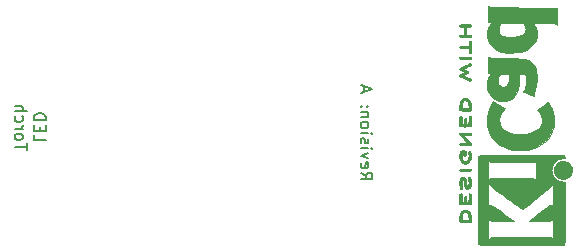
<source format=gbr>
%TF.GenerationSoftware,KiCad,Pcbnew,7.0.7*%
%TF.CreationDate,2023-12-09T08:55:25-03:00*%
%TF.ProjectId,led_torch,6c65645f-746f-4726-9368-2e6b69636164,A*%
%TF.SameCoordinates,Original*%
%TF.FileFunction,Legend,Bot*%
%TF.FilePolarity,Positive*%
%FSLAX46Y46*%
G04 Gerber Fmt 4.6, Leading zero omitted, Abs format (unit mm)*
G04 Created by KiCad (PCBNEW 7.0.7) date 2023-12-09 08:55:25*
%MOMM*%
%LPD*%
G01*
G04 APERTURE LIST*
%ADD10C,0.150000*%
%ADD11C,0.010000*%
G04 APERTURE END LIST*
D10*
X114770180Y-104147857D02*
X114770180Y-104624047D01*
X114770180Y-104624047D02*
X115770180Y-104624047D01*
X115293990Y-103814523D02*
X115293990Y-103481190D01*
X114770180Y-103338333D02*
X114770180Y-103814523D01*
X114770180Y-103814523D02*
X115770180Y-103814523D01*
X115770180Y-103814523D02*
X115770180Y-103338333D01*
X114770180Y-102909761D02*
X115770180Y-102909761D01*
X115770180Y-102909761D02*
X115770180Y-102671666D01*
X115770180Y-102671666D02*
X115722561Y-102528809D01*
X115722561Y-102528809D02*
X115627323Y-102433571D01*
X115627323Y-102433571D02*
X115532085Y-102385952D01*
X115532085Y-102385952D02*
X115341609Y-102338333D01*
X115341609Y-102338333D02*
X115198752Y-102338333D01*
X115198752Y-102338333D02*
X115008276Y-102385952D01*
X115008276Y-102385952D02*
X114913038Y-102433571D01*
X114913038Y-102433571D02*
X114817800Y-102528809D01*
X114817800Y-102528809D02*
X114770180Y-102671666D01*
X114770180Y-102671666D02*
X114770180Y-102909761D01*
X114160180Y-105433571D02*
X114160180Y-104862143D01*
X113160180Y-105147857D02*
X114160180Y-105147857D01*
X113160180Y-104385952D02*
X113207800Y-104481190D01*
X113207800Y-104481190D02*
X113255419Y-104528809D01*
X113255419Y-104528809D02*
X113350657Y-104576428D01*
X113350657Y-104576428D02*
X113636371Y-104576428D01*
X113636371Y-104576428D02*
X113731609Y-104528809D01*
X113731609Y-104528809D02*
X113779228Y-104481190D01*
X113779228Y-104481190D02*
X113826847Y-104385952D01*
X113826847Y-104385952D02*
X113826847Y-104243095D01*
X113826847Y-104243095D02*
X113779228Y-104147857D01*
X113779228Y-104147857D02*
X113731609Y-104100238D01*
X113731609Y-104100238D02*
X113636371Y-104052619D01*
X113636371Y-104052619D02*
X113350657Y-104052619D01*
X113350657Y-104052619D02*
X113255419Y-104100238D01*
X113255419Y-104100238D02*
X113207800Y-104147857D01*
X113207800Y-104147857D02*
X113160180Y-104243095D01*
X113160180Y-104243095D02*
X113160180Y-104385952D01*
X113160180Y-103624047D02*
X113826847Y-103624047D01*
X113636371Y-103624047D02*
X113731609Y-103576428D01*
X113731609Y-103576428D02*
X113779228Y-103528809D01*
X113779228Y-103528809D02*
X113826847Y-103433571D01*
X113826847Y-103433571D02*
X113826847Y-103338333D01*
X113207800Y-102576428D02*
X113160180Y-102671666D01*
X113160180Y-102671666D02*
X113160180Y-102862142D01*
X113160180Y-102862142D02*
X113207800Y-102957380D01*
X113207800Y-102957380D02*
X113255419Y-103004999D01*
X113255419Y-103004999D02*
X113350657Y-103052618D01*
X113350657Y-103052618D02*
X113636371Y-103052618D01*
X113636371Y-103052618D02*
X113731609Y-103004999D01*
X113731609Y-103004999D02*
X113779228Y-102957380D01*
X113779228Y-102957380D02*
X113826847Y-102862142D01*
X113826847Y-102862142D02*
X113826847Y-102671666D01*
X113826847Y-102671666D02*
X113779228Y-102576428D01*
X113160180Y-102147856D02*
X114160180Y-102147856D01*
X113160180Y-101719285D02*
X113683990Y-101719285D01*
X113683990Y-101719285D02*
X113779228Y-101766904D01*
X113779228Y-101766904D02*
X113826847Y-101862142D01*
X113826847Y-101862142D02*
X113826847Y-102004999D01*
X113826847Y-102004999D02*
X113779228Y-102100237D01*
X113779228Y-102100237D02*
X113731609Y-102147856D01*
X142433856Y-107349940D02*
X142910047Y-107683273D01*
X142433856Y-107921368D02*
X143433856Y-107921368D01*
X143433856Y-107921368D02*
X143433856Y-107540416D01*
X143433856Y-107540416D02*
X143386237Y-107445178D01*
X143386237Y-107445178D02*
X143338618Y-107397559D01*
X143338618Y-107397559D02*
X143243380Y-107349940D01*
X143243380Y-107349940D02*
X143100523Y-107349940D01*
X143100523Y-107349940D02*
X143005285Y-107397559D01*
X143005285Y-107397559D02*
X142957666Y-107445178D01*
X142957666Y-107445178D02*
X142910047Y-107540416D01*
X142910047Y-107540416D02*
X142910047Y-107921368D01*
X142481476Y-106540416D02*
X142433856Y-106635654D01*
X142433856Y-106635654D02*
X142433856Y-106826130D01*
X142433856Y-106826130D02*
X142481476Y-106921368D01*
X142481476Y-106921368D02*
X142576714Y-106968987D01*
X142576714Y-106968987D02*
X142957666Y-106968987D01*
X142957666Y-106968987D02*
X143052904Y-106921368D01*
X143052904Y-106921368D02*
X143100523Y-106826130D01*
X143100523Y-106826130D02*
X143100523Y-106635654D01*
X143100523Y-106635654D02*
X143052904Y-106540416D01*
X143052904Y-106540416D02*
X142957666Y-106492797D01*
X142957666Y-106492797D02*
X142862428Y-106492797D01*
X142862428Y-106492797D02*
X142767190Y-106968987D01*
X143100523Y-106159463D02*
X142433856Y-105921368D01*
X142433856Y-105921368D02*
X143100523Y-105683273D01*
X142433856Y-105302320D02*
X143100523Y-105302320D01*
X143433856Y-105302320D02*
X143386237Y-105349939D01*
X143386237Y-105349939D02*
X143338618Y-105302320D01*
X143338618Y-105302320D02*
X143386237Y-105254701D01*
X143386237Y-105254701D02*
X143433856Y-105302320D01*
X143433856Y-105302320D02*
X143338618Y-105302320D01*
X142481476Y-104873749D02*
X142433856Y-104778511D01*
X142433856Y-104778511D02*
X142433856Y-104588035D01*
X142433856Y-104588035D02*
X142481476Y-104492797D01*
X142481476Y-104492797D02*
X142576714Y-104445178D01*
X142576714Y-104445178D02*
X142624333Y-104445178D01*
X142624333Y-104445178D02*
X142719571Y-104492797D01*
X142719571Y-104492797D02*
X142767190Y-104588035D01*
X142767190Y-104588035D02*
X142767190Y-104730892D01*
X142767190Y-104730892D02*
X142814809Y-104826130D01*
X142814809Y-104826130D02*
X142910047Y-104873749D01*
X142910047Y-104873749D02*
X142957666Y-104873749D01*
X142957666Y-104873749D02*
X143052904Y-104826130D01*
X143052904Y-104826130D02*
X143100523Y-104730892D01*
X143100523Y-104730892D02*
X143100523Y-104588035D01*
X143100523Y-104588035D02*
X143052904Y-104492797D01*
X142433856Y-104016606D02*
X143100523Y-104016606D01*
X143433856Y-104016606D02*
X143386237Y-104064225D01*
X143386237Y-104064225D02*
X143338618Y-104016606D01*
X143338618Y-104016606D02*
X143386237Y-103968987D01*
X143386237Y-103968987D02*
X143433856Y-104016606D01*
X143433856Y-104016606D02*
X143338618Y-104016606D01*
X142433856Y-103397559D02*
X142481476Y-103492797D01*
X142481476Y-103492797D02*
X142529095Y-103540416D01*
X142529095Y-103540416D02*
X142624333Y-103588035D01*
X142624333Y-103588035D02*
X142910047Y-103588035D01*
X142910047Y-103588035D02*
X143005285Y-103540416D01*
X143005285Y-103540416D02*
X143052904Y-103492797D01*
X143052904Y-103492797D02*
X143100523Y-103397559D01*
X143100523Y-103397559D02*
X143100523Y-103254702D01*
X143100523Y-103254702D02*
X143052904Y-103159464D01*
X143052904Y-103159464D02*
X143005285Y-103111845D01*
X143005285Y-103111845D02*
X142910047Y-103064226D01*
X142910047Y-103064226D02*
X142624333Y-103064226D01*
X142624333Y-103064226D02*
X142529095Y-103111845D01*
X142529095Y-103111845D02*
X142481476Y-103159464D01*
X142481476Y-103159464D02*
X142433856Y-103254702D01*
X142433856Y-103254702D02*
X142433856Y-103397559D01*
X143100523Y-102635654D02*
X142433856Y-102635654D01*
X143005285Y-102635654D02*
X143052904Y-102588035D01*
X143052904Y-102588035D02*
X143100523Y-102492797D01*
X143100523Y-102492797D02*
X143100523Y-102349940D01*
X143100523Y-102349940D02*
X143052904Y-102254702D01*
X143052904Y-102254702D02*
X142957666Y-102207083D01*
X142957666Y-102207083D02*
X142433856Y-102207083D01*
X142529095Y-101730892D02*
X142481476Y-101683273D01*
X142481476Y-101683273D02*
X142433856Y-101730892D01*
X142433856Y-101730892D02*
X142481476Y-101778511D01*
X142481476Y-101778511D02*
X142529095Y-101730892D01*
X142529095Y-101730892D02*
X142433856Y-101730892D01*
X143052904Y-101730892D02*
X143005285Y-101683273D01*
X143005285Y-101683273D02*
X142957666Y-101730892D01*
X142957666Y-101730892D02*
X143005285Y-101778511D01*
X143005285Y-101778511D02*
X143052904Y-101730892D01*
X143052904Y-101730892D02*
X142957666Y-101730892D01*
X142719571Y-100540416D02*
X142719571Y-100064226D01*
X142433856Y-100635654D02*
X143433856Y-100302321D01*
X143433856Y-100302321D02*
X142433856Y-99968988D01*
%TO.C,TAG1*%
D11*
X151743534Y-97574974D02*
X151763199Y-97606544D01*
X151772266Y-97637185D01*
X151764434Y-97665150D01*
X151743534Y-97699395D01*
X151714803Y-97734877D01*
X150852805Y-97734877D01*
X150824074Y-97699395D01*
X150800809Y-97657643D01*
X150799696Y-97609980D01*
X150826980Y-97568124D01*
X150833190Y-97562963D01*
X150845795Y-97555686D01*
X150864010Y-97550085D01*
X150891329Y-97545942D01*
X150931243Y-97543040D01*
X150987246Y-97541162D01*
X151062829Y-97540089D01*
X151161486Y-97539605D01*
X151286710Y-97539492D01*
X151714803Y-97539492D01*
X151743534Y-97574974D01*
G36*
X151743534Y-97574974D02*
G01*
X151763199Y-97606544D01*
X151772266Y-97637185D01*
X151764434Y-97665150D01*
X151743534Y-97699395D01*
X151714803Y-97734877D01*
X150852805Y-97734877D01*
X150824074Y-97699395D01*
X150800809Y-97657643D01*
X150799696Y-97609980D01*
X150826980Y-97568124D01*
X150833190Y-97562963D01*
X150845795Y-97555686D01*
X150864010Y-97550085D01*
X150891329Y-97545942D01*
X150931243Y-97543040D01*
X150987246Y-97541162D01*
X151062829Y-97540089D01*
X151161486Y-97539605D01*
X151286710Y-97539492D01*
X151714803Y-97539492D01*
X151743534Y-97574974D01*
G37*
X151384536Y-107045758D02*
X151488262Y-107046097D01*
X151568157Y-107046955D01*
X151627705Y-107048558D01*
X151670392Y-107051136D01*
X151699701Y-107054917D01*
X151719117Y-107060130D01*
X151732124Y-107067003D01*
X151742206Y-107075765D01*
X151767531Y-107114618D01*
X151766412Y-107158727D01*
X151735375Y-107204199D01*
X151698484Y-107241090D01*
X151281698Y-107241090D01*
X151169824Y-107241035D01*
X151071008Y-107240691D01*
X150995450Y-107239798D01*
X150939572Y-107238097D01*
X150899794Y-107235329D01*
X150872540Y-107231236D01*
X150854229Y-107225557D01*
X150841285Y-107218036D01*
X150830128Y-107208411D01*
X150801551Y-107166522D01*
X150799200Y-107119704D01*
X150825402Y-107075765D01*
X150833215Y-107068699D01*
X150845309Y-107061444D01*
X150863071Y-107055898D01*
X150889986Y-107051831D01*
X150929538Y-107049017D01*
X150985211Y-107047225D01*
X151060491Y-107046229D01*
X151158860Y-107045798D01*
X151283804Y-107045705D01*
X151384536Y-107045758D01*
G36*
X151384536Y-107045758D02*
G01*
X151488262Y-107046097D01*
X151568157Y-107046955D01*
X151627705Y-107048558D01*
X151670392Y-107051136D01*
X151699701Y-107054917D01*
X151719117Y-107060130D01*
X151732124Y-107067003D01*
X151742206Y-107075765D01*
X151767531Y-107114618D01*
X151766412Y-107158727D01*
X151735375Y-107204199D01*
X151698484Y-107241090D01*
X151281698Y-107241090D01*
X151169824Y-107241035D01*
X151071008Y-107240691D01*
X150995450Y-107239798D01*
X150939572Y-107238097D01*
X150899794Y-107235329D01*
X150872540Y-107231236D01*
X150854229Y-107225557D01*
X150841285Y-107218036D01*
X150830128Y-107208411D01*
X150801551Y-107166522D01*
X150799200Y-107119704D01*
X150825402Y-107075765D01*
X150833215Y-107068699D01*
X150845309Y-107061444D01*
X150863071Y-107055898D01*
X150889986Y-107051831D01*
X150929538Y-107049017D01*
X150985211Y-107047225D01*
X151060491Y-107046229D01*
X151158860Y-107045798D01*
X151283804Y-107045705D01*
X151384536Y-107045758D01*
G37*
X159748768Y-106408443D02*
X159862104Y-106445594D01*
X159943133Y-106488520D01*
X160071689Y-106584081D01*
X160173149Y-106697369D01*
X160247504Y-106824219D01*
X160294743Y-106960466D01*
X160314858Y-107101943D01*
X160307837Y-107244485D01*
X160273671Y-107383927D01*
X160212351Y-107516103D01*
X160123866Y-107636847D01*
X160008206Y-107741994D01*
X159865363Y-107827378D01*
X159815043Y-107850269D01*
X159764040Y-107868814D01*
X159713052Y-107879220D01*
X159649985Y-107883781D01*
X159562747Y-107884791D01*
X159490137Y-107884180D01*
X159423406Y-107880498D01*
X159371342Y-107871470D01*
X159321990Y-107854842D01*
X159263390Y-107828360D01*
X159247774Y-107820700D01*
X159104783Y-107730154D01*
X158987133Y-107616273D01*
X158897587Y-107482289D01*
X158838904Y-107331434D01*
X158822529Y-107254029D01*
X158814866Y-107096997D01*
X158839660Y-106944901D01*
X158894370Y-106802202D01*
X158976453Y-106673360D01*
X159083367Y-106562834D01*
X159212569Y-106475084D01*
X159361518Y-106414571D01*
X159483411Y-106392431D01*
X159617925Y-106390436D01*
X159748768Y-106408443D01*
G36*
X159748768Y-106408443D02*
G01*
X159862104Y-106445594D01*
X159943133Y-106488520D01*
X160071689Y-106584081D01*
X160173149Y-106697369D01*
X160247504Y-106824219D01*
X160294743Y-106960466D01*
X160314858Y-107101943D01*
X160307837Y-107244485D01*
X160273671Y-107383927D01*
X160212351Y-107516103D01*
X160123866Y-107636847D01*
X160008206Y-107741994D01*
X159865363Y-107827378D01*
X159815043Y-107850269D01*
X159764040Y-107868814D01*
X159713052Y-107879220D01*
X159649985Y-107883781D01*
X159562747Y-107884791D01*
X159490137Y-107884180D01*
X159423406Y-107880498D01*
X159371342Y-107871470D01*
X159321990Y-107854842D01*
X159263390Y-107828360D01*
X159247774Y-107820700D01*
X159104783Y-107730154D01*
X158987133Y-107616273D01*
X158897587Y-107482289D01*
X158838904Y-107331434D01*
X158822529Y-107254029D01*
X158814866Y-107096997D01*
X158839660Y-106944901D01*
X158894370Y-106802202D01*
X158976453Y-106673360D01*
X159083367Y-106562834D01*
X159212569Y-106475084D01*
X159361518Y-106414571D01*
X159483411Y-106392431D01*
X159617925Y-106390436D01*
X159748768Y-106408443D01*
G37*
X151702647Y-96178204D02*
X151745964Y-96212345D01*
X151750913Y-96218923D01*
X151757351Y-96232517D01*
X151762362Y-96253054D01*
X151766119Y-96283837D01*
X151768800Y-96328168D01*
X151770580Y-96389349D01*
X151771633Y-96470683D01*
X151772137Y-96575471D01*
X151772266Y-96707015D01*
X151772264Y-96733679D01*
X151772144Y-96858991D01*
X151771692Y-96958196D01*
X151770704Y-97034626D01*
X151768979Y-97091607D01*
X151766315Y-97132471D01*
X151762507Y-97160545D01*
X151757355Y-97179160D01*
X151750656Y-97191644D01*
X151742206Y-97201327D01*
X151698647Y-97226364D01*
X151648619Y-97228290D01*
X151604366Y-97206512D01*
X151602431Y-97204701D01*
X151591300Y-97189786D01*
X151583905Y-97167016D01*
X151579519Y-97130844D01*
X151577420Y-97075721D01*
X151576881Y-96996098D01*
X151576881Y-96810557D01*
X151225713Y-96810557D01*
X151124758Y-96810457D01*
X151036002Y-96809914D01*
X150969721Y-96808606D01*
X150921903Y-96806215D01*
X150888530Y-96802419D01*
X150865590Y-96796900D01*
X150849066Y-96789336D01*
X150834943Y-96779407D01*
X150831207Y-96776358D01*
X150801062Y-96734848D01*
X150798980Y-96689077D01*
X150825402Y-96645232D01*
X150836153Y-96635941D01*
X150850264Y-96628656D01*
X150871357Y-96623304D01*
X150903278Y-96619588D01*
X150949874Y-96617212D01*
X151014991Y-96615882D01*
X151102475Y-96615301D01*
X151216171Y-96615173D01*
X151576881Y-96615173D01*
X151576881Y-96420879D01*
X151576882Y-96406101D01*
X151577182Y-96330856D01*
X151578699Y-96279140D01*
X151582426Y-96245333D01*
X151589358Y-96223816D01*
X151600490Y-96208969D01*
X151616816Y-96195172D01*
X151657673Y-96174074D01*
X151702647Y-96178204D01*
G36*
X151702647Y-96178204D02*
G01*
X151745964Y-96212345D01*
X151750913Y-96218923D01*
X151757351Y-96232517D01*
X151762362Y-96253054D01*
X151766119Y-96283837D01*
X151768800Y-96328168D01*
X151770580Y-96389349D01*
X151771633Y-96470683D01*
X151772137Y-96575471D01*
X151772266Y-96707015D01*
X151772264Y-96733679D01*
X151772144Y-96858991D01*
X151771692Y-96958196D01*
X151770704Y-97034626D01*
X151768979Y-97091607D01*
X151766315Y-97132471D01*
X151762507Y-97160545D01*
X151757355Y-97179160D01*
X151750656Y-97191644D01*
X151742206Y-97201327D01*
X151698647Y-97226364D01*
X151648619Y-97228290D01*
X151604366Y-97206512D01*
X151602431Y-97204701D01*
X151591300Y-97189786D01*
X151583905Y-97167016D01*
X151579519Y-97130844D01*
X151577420Y-97075721D01*
X151576881Y-96996098D01*
X151576881Y-96810557D01*
X151225713Y-96810557D01*
X151124758Y-96810457D01*
X151036002Y-96809914D01*
X150969721Y-96808606D01*
X150921903Y-96806215D01*
X150888530Y-96802419D01*
X150865590Y-96796900D01*
X150849066Y-96789336D01*
X150834943Y-96779407D01*
X150831207Y-96776358D01*
X150801062Y-96734848D01*
X150798980Y-96689077D01*
X150825402Y-96645232D01*
X150836153Y-96635941D01*
X150850264Y-96628656D01*
X150871357Y-96623304D01*
X150903278Y-96619588D01*
X150949874Y-96617212D01*
X151014991Y-96615882D01*
X151102475Y-96615301D01*
X151216171Y-96615173D01*
X151576881Y-96615173D01*
X151576881Y-96420879D01*
X151576882Y-96406101D01*
X151577182Y-96330856D01*
X151578699Y-96279140D01*
X151582426Y-96245333D01*
X151589358Y-96223816D01*
X151600490Y-96208969D01*
X151616816Y-96195172D01*
X151657673Y-96174074D01*
X151702647Y-96178204D01*
G37*
X151735375Y-94848513D02*
X151764988Y-94890289D01*
X151768569Y-94934529D01*
X151742206Y-94976948D01*
X151729198Y-94987979D01*
X151708040Y-94997847D01*
X151676131Y-95003622D01*
X151627040Y-95006332D01*
X151554337Y-95007007D01*
X151396526Y-95007007D01*
X151396526Y-95668309D01*
X151550316Y-95668309D01*
X151619143Y-95668892D01*
X151665108Y-95671507D01*
X151695165Y-95677519D01*
X151716269Y-95688295D01*
X151735375Y-95705200D01*
X151764988Y-95746976D01*
X151768569Y-95791215D01*
X151742206Y-95833634D01*
X151733965Y-95841133D01*
X151723040Y-95847910D01*
X151707361Y-95853350D01*
X151684117Y-95857582D01*
X151650495Y-95860732D01*
X151603684Y-95862930D01*
X151540873Y-95864303D01*
X151459249Y-95864980D01*
X151356002Y-95865088D01*
X151228319Y-95864756D01*
X151073390Y-95864112D01*
X151054518Y-95864020D01*
X150972290Y-95863240D01*
X150914132Y-95861479D01*
X150875016Y-95858090D01*
X150849915Y-95852425D01*
X150833800Y-95843836D01*
X150821644Y-95831675D01*
X150798456Y-95787131D01*
X150802319Y-95740602D01*
X150834943Y-95699459D01*
X150852521Y-95687464D01*
X150877199Y-95677544D01*
X150911852Y-95671729D01*
X150963171Y-95668993D01*
X151037843Y-95668309D01*
X151201141Y-95668309D01*
X151201141Y-95007007D01*
X151021638Y-95007007D01*
X150973988Y-95006910D01*
X150912306Y-95005895D01*
X150871654Y-95002997D01*
X150846318Y-94997276D01*
X150830584Y-94987792D01*
X150818739Y-94973604D01*
X150798676Y-94930666D01*
X150802227Y-94883687D01*
X150834943Y-94842773D01*
X150843271Y-94836574D01*
X150857282Y-94828672D01*
X150875828Y-94822639D01*
X150902553Y-94818225D01*
X150941106Y-94815177D01*
X150995132Y-94813245D01*
X151068278Y-94812176D01*
X151164190Y-94811719D01*
X151286514Y-94811623D01*
X151698484Y-94811623D01*
X151735375Y-94848513D01*
G36*
X151735375Y-94848513D02*
G01*
X151764988Y-94890289D01*
X151768569Y-94934529D01*
X151742206Y-94976948D01*
X151729198Y-94987979D01*
X151708040Y-94997847D01*
X151676131Y-95003622D01*
X151627040Y-95006332D01*
X151554337Y-95007007D01*
X151396526Y-95007007D01*
X151396526Y-95668309D01*
X151550316Y-95668309D01*
X151619143Y-95668892D01*
X151665108Y-95671507D01*
X151695165Y-95677519D01*
X151716269Y-95688295D01*
X151735375Y-95705200D01*
X151764988Y-95746976D01*
X151768569Y-95791215D01*
X151742206Y-95833634D01*
X151733965Y-95841133D01*
X151723040Y-95847910D01*
X151707361Y-95853350D01*
X151684117Y-95857582D01*
X151650495Y-95860732D01*
X151603684Y-95862930D01*
X151540873Y-95864303D01*
X151459249Y-95864980D01*
X151356002Y-95865088D01*
X151228319Y-95864756D01*
X151073390Y-95864112D01*
X151054518Y-95864020D01*
X150972290Y-95863240D01*
X150914132Y-95861479D01*
X150875016Y-95858090D01*
X150849915Y-95852425D01*
X150833800Y-95843836D01*
X150821644Y-95831675D01*
X150798456Y-95787131D01*
X150802319Y-95740602D01*
X150834943Y-95699459D01*
X150852521Y-95687464D01*
X150877199Y-95677544D01*
X150911852Y-95671729D01*
X150963171Y-95668993D01*
X151037843Y-95668309D01*
X151201141Y-95668309D01*
X151201141Y-95007007D01*
X151021638Y-95007007D01*
X150973988Y-95006910D01*
X150912306Y-95005895D01*
X150871654Y-95002997D01*
X150846318Y-94997276D01*
X150830584Y-94987792D01*
X150818739Y-94973604D01*
X150798676Y-94930666D01*
X150802227Y-94883687D01*
X150834943Y-94842773D01*
X150843271Y-94836574D01*
X150857282Y-94828672D01*
X150875828Y-94822639D01*
X150902553Y-94818225D01*
X150941106Y-94815177D01*
X150995132Y-94813245D01*
X151068278Y-94812176D01*
X151164190Y-94811719D01*
X151286514Y-94811623D01*
X151698484Y-94811623D01*
X151735375Y-94848513D01*
G37*
X151361652Y-101046799D02*
X151444372Y-101078940D01*
X151446626Y-101079999D01*
X151539052Y-101133855D01*
X151614405Y-101201334D01*
X151673741Y-101284845D01*
X151718113Y-101386795D01*
X151748575Y-101509593D01*
X151766183Y-101655647D01*
X151771989Y-101827365D01*
X151771995Y-101832120D01*
X151771809Y-101912029D01*
X151770429Y-101967854D01*
X151766975Y-102005283D01*
X151760568Y-102030005D01*
X151750328Y-102047708D01*
X151735375Y-102064081D01*
X151698484Y-102100972D01*
X151286514Y-102100972D01*
X151204495Y-102100938D01*
X151099604Y-102100638D01*
X151018776Y-102099816D01*
X150990727Y-102099074D01*
X150958365Y-102098219D01*
X150914726Y-102095597D01*
X150884210Y-102091698D01*
X150863172Y-102086270D01*
X150847965Y-102079062D01*
X150834943Y-102069822D01*
X150795342Y-102038672D01*
X150795873Y-101890557D01*
X150990727Y-101890557D01*
X151576881Y-101890557D01*
X151576284Y-101774078D01*
X151572988Y-101684984D01*
X151558008Y-101561969D01*
X151531994Y-101456372D01*
X151496082Y-101373861D01*
X151468485Y-101332669D01*
X151428856Y-101295231D01*
X151372369Y-101264158D01*
X151351112Y-101254669D01*
X151307840Y-101238927D01*
X151275314Y-101235692D01*
X151242392Y-101243165D01*
X151221252Y-101250788D01*
X151141493Y-101294630D01*
X151080579Y-101357654D01*
X151036464Y-101442549D01*
X151007101Y-101551999D01*
X151006433Y-101555718D01*
X150998495Y-101617341D01*
X150992866Y-101692425D01*
X150990727Y-101765566D01*
X150990727Y-101890557D01*
X150795873Y-101890557D01*
X150796133Y-101818076D01*
X150796530Y-101771750D01*
X150801097Y-101640633D01*
X150811325Y-101532844D01*
X150828044Y-101443517D01*
X150852081Y-101367785D01*
X150884267Y-101300782D01*
X150886819Y-101296310D01*
X150935704Y-101219342D01*
X150984919Y-101162953D01*
X151042814Y-101119263D01*
X151117739Y-101080387D01*
X151130541Y-101074687D01*
X151214664Y-101044628D01*
X151288392Y-101035347D01*
X151361652Y-101046799D01*
G36*
X151361652Y-101046799D02*
G01*
X151444372Y-101078940D01*
X151446626Y-101079999D01*
X151539052Y-101133855D01*
X151614405Y-101201334D01*
X151673741Y-101284845D01*
X151718113Y-101386795D01*
X151748575Y-101509593D01*
X151766183Y-101655647D01*
X151771989Y-101827365D01*
X151771995Y-101832120D01*
X151771809Y-101912029D01*
X151770429Y-101967854D01*
X151766975Y-102005283D01*
X151760568Y-102030005D01*
X151750328Y-102047708D01*
X151735375Y-102064081D01*
X151698484Y-102100972D01*
X151286514Y-102100972D01*
X151204495Y-102100938D01*
X151099604Y-102100638D01*
X151018776Y-102099816D01*
X150990727Y-102099074D01*
X150958365Y-102098219D01*
X150914726Y-102095597D01*
X150884210Y-102091698D01*
X150863172Y-102086270D01*
X150847965Y-102079062D01*
X150834943Y-102069822D01*
X150795342Y-102038672D01*
X150795873Y-101890557D01*
X150990727Y-101890557D01*
X151576881Y-101890557D01*
X151576284Y-101774078D01*
X151572988Y-101684984D01*
X151558008Y-101561969D01*
X151531994Y-101456372D01*
X151496082Y-101373861D01*
X151468485Y-101332669D01*
X151428856Y-101295231D01*
X151372369Y-101264158D01*
X151351112Y-101254669D01*
X151307840Y-101238927D01*
X151275314Y-101235692D01*
X151242392Y-101243165D01*
X151221252Y-101250788D01*
X151141493Y-101294630D01*
X151080579Y-101357654D01*
X151036464Y-101442549D01*
X151007101Y-101551999D01*
X151006433Y-101555718D01*
X150998495Y-101617341D01*
X150992866Y-101692425D01*
X150990727Y-101765566D01*
X150990727Y-101890557D01*
X150795873Y-101890557D01*
X150796133Y-101818076D01*
X150796530Y-101771750D01*
X150801097Y-101640633D01*
X150811325Y-101532844D01*
X150828044Y-101443517D01*
X150852081Y-101367785D01*
X150884267Y-101300782D01*
X150886819Y-101296310D01*
X150935704Y-101219342D01*
X150984919Y-101162953D01*
X151042814Y-101119263D01*
X151117739Y-101080387D01*
X151130541Y-101074687D01*
X151214664Y-101044628D01*
X151288392Y-101035347D01*
X151361652Y-101046799D01*
G37*
X151312051Y-110489183D02*
X151388492Y-110505575D01*
X151468255Y-110535569D01*
X151540214Y-110574485D01*
X151593243Y-110617643D01*
X151615907Y-110643660D01*
X151668079Y-110716501D01*
X151708193Y-110796786D01*
X151737430Y-110888911D01*
X151756977Y-110997273D01*
X151768016Y-111126267D01*
X151771732Y-111280291D01*
X151772267Y-111332856D01*
X151772817Y-111393714D01*
X151770415Y-111441377D01*
X151762051Y-111477445D01*
X151744716Y-111503516D01*
X151715401Y-111521189D01*
X151671097Y-111532063D01*
X151608795Y-111537738D01*
X151576881Y-111538532D01*
X151525484Y-111539810D01*
X151418157Y-111539882D01*
X151283804Y-111539551D01*
X151183071Y-111539499D01*
X151079346Y-111539159D01*
X150999451Y-111538302D01*
X150939903Y-111536699D01*
X150897216Y-111534121D01*
X150867907Y-111530340D01*
X150848491Y-111525127D01*
X150835484Y-111518254D01*
X150825402Y-111509492D01*
X150817102Y-111500216D01*
X150807383Y-111482911D01*
X150801054Y-111457418D01*
X150797410Y-111418271D01*
X150795741Y-111360003D01*
X150795665Y-111344167D01*
X150990727Y-111344167D01*
X151576881Y-111344167D01*
X151576900Y-111242717D01*
X151576888Y-111238686D01*
X151574272Y-111170627D01*
X151567982Y-111090609D01*
X151559290Y-111015109D01*
X151546913Y-110948597D01*
X151511941Y-110849075D01*
X151459620Y-110772510D01*
X151389011Y-110717257D01*
X151320757Y-110689009D01*
X151257083Y-110687122D01*
X151189270Y-110711462D01*
X151128138Y-110750964D01*
X151071676Y-110813134D01*
X151031998Y-110894865D01*
X151006521Y-111000238D01*
X151006204Y-111002222D01*
X150998493Y-111067420D01*
X150992980Y-111145563D01*
X150990841Y-111220173D01*
X150990727Y-111344167D01*
X150795665Y-111344167D01*
X150795342Y-111277148D01*
X150795842Y-111211982D01*
X150801738Y-111069714D01*
X150815168Y-110950919D01*
X150837253Y-110851336D01*
X150869113Y-110766700D01*
X150911868Y-110692748D01*
X150966638Y-110625215D01*
X150974430Y-110617243D01*
X151039013Y-110568159D01*
X151119971Y-110526755D01*
X151205502Y-110498153D01*
X151283804Y-110487480D01*
X151312051Y-110489183D01*
G36*
X151312051Y-110489183D02*
G01*
X151388492Y-110505575D01*
X151468255Y-110535569D01*
X151540214Y-110574485D01*
X151593243Y-110617643D01*
X151615907Y-110643660D01*
X151668079Y-110716501D01*
X151708193Y-110796786D01*
X151737430Y-110888911D01*
X151756977Y-110997273D01*
X151768016Y-111126267D01*
X151771732Y-111280291D01*
X151772267Y-111332856D01*
X151772817Y-111393714D01*
X151770415Y-111441377D01*
X151762051Y-111477445D01*
X151744716Y-111503516D01*
X151715401Y-111521189D01*
X151671097Y-111532063D01*
X151608795Y-111537738D01*
X151576881Y-111538532D01*
X151525484Y-111539810D01*
X151418157Y-111539882D01*
X151283804Y-111539551D01*
X151183071Y-111539499D01*
X151079346Y-111539159D01*
X150999451Y-111538302D01*
X150939903Y-111536699D01*
X150897216Y-111534121D01*
X150867907Y-111530340D01*
X150848491Y-111525127D01*
X150835484Y-111518254D01*
X150825402Y-111509492D01*
X150817102Y-111500216D01*
X150807383Y-111482911D01*
X150801054Y-111457418D01*
X150797410Y-111418271D01*
X150795741Y-111360003D01*
X150795665Y-111344167D01*
X150990727Y-111344167D01*
X151576881Y-111344167D01*
X151576900Y-111242717D01*
X151576888Y-111238686D01*
X151574272Y-111170627D01*
X151567982Y-111090609D01*
X151559290Y-111015109D01*
X151546913Y-110948597D01*
X151511941Y-110849075D01*
X151459620Y-110772510D01*
X151389011Y-110717257D01*
X151320757Y-110689009D01*
X151257083Y-110687122D01*
X151189270Y-110711462D01*
X151128138Y-110750964D01*
X151071676Y-110813134D01*
X151031998Y-110894865D01*
X151006521Y-111000238D01*
X151006204Y-111002222D01*
X150998493Y-111067420D01*
X150992980Y-111145563D01*
X150990841Y-111220173D01*
X150990727Y-111344167D01*
X150795665Y-111344167D01*
X150795342Y-111277148D01*
X150795842Y-111211982D01*
X150801738Y-111069714D01*
X150815168Y-110950919D01*
X150837253Y-110851336D01*
X150869113Y-110766700D01*
X150911868Y-110692748D01*
X150966638Y-110625215D01*
X150974430Y-110617243D01*
X151039013Y-110568159D01*
X151119971Y-110526755D01*
X151205502Y-110498153D01*
X151283804Y-110487480D01*
X151312051Y-110489183D01*
G37*
X151172205Y-103966521D02*
X151295526Y-103967742D01*
X151714841Y-103972155D01*
X151743553Y-104007637D01*
X151765110Y-104042339D01*
X151768799Y-104086085D01*
X151743566Y-104132058D01*
X151738794Y-104137799D01*
X151727438Y-104148626D01*
X151712005Y-104156653D01*
X151688166Y-104162458D01*
X151651592Y-104166622D01*
X151597954Y-104169724D01*
X151522922Y-104172341D01*
X151422168Y-104175054D01*
X151129469Y-104182569D01*
X151347538Y-104423043D01*
X151452228Y-104538522D01*
X151543284Y-104639401D01*
X151616974Y-104722127D01*
X151674716Y-104788826D01*
X151717927Y-104841624D01*
X151748027Y-104882647D01*
X151766432Y-104914022D01*
X151774560Y-104937875D01*
X151773830Y-104956332D01*
X151765659Y-104971520D01*
X151751464Y-104985564D01*
X151732665Y-105000591D01*
X151724728Y-105006519D01*
X151710756Y-105014505D01*
X151692349Y-105020602D01*
X151665849Y-105025064D01*
X151627593Y-105028145D01*
X151573921Y-105030099D01*
X151501173Y-105031181D01*
X151405688Y-105031643D01*
X151283804Y-105031741D01*
X151205879Y-105031710D01*
X151100585Y-105031420D01*
X151019449Y-105030609D01*
X150958810Y-105029023D01*
X150915007Y-105026410D01*
X150884380Y-105022514D01*
X150863267Y-105017081D01*
X150848009Y-105009858D01*
X150834943Y-105000591D01*
X150802467Y-104960079D01*
X150798634Y-104913558D01*
X150824050Y-104864323D01*
X150828676Y-104858753D01*
X150840030Y-104847868D01*
X150855408Y-104839799D01*
X150879150Y-104833964D01*
X150915592Y-104829781D01*
X150969072Y-104826669D01*
X151043929Y-104824045D01*
X151144499Y-104821327D01*
X151436241Y-104813812D01*
X151115862Y-104460617D01*
X151026958Y-104362317D01*
X150949585Y-104275539D01*
X150889730Y-104206050D01*
X150845899Y-104151365D01*
X150816599Y-104109002D01*
X150800336Y-104076480D01*
X150795616Y-104051314D01*
X150800945Y-104031023D01*
X150814830Y-104013124D01*
X150835777Y-103995135D01*
X150847071Y-103986820D01*
X150861153Y-103979322D01*
X150880003Y-103973716D01*
X150907233Y-103969786D01*
X150946455Y-103967316D01*
X151001282Y-103966092D01*
X151075328Y-103965899D01*
X151172205Y-103966521D01*
G36*
X151172205Y-103966521D02*
G01*
X151295526Y-103967742D01*
X151714841Y-103972155D01*
X151743553Y-104007637D01*
X151765110Y-104042339D01*
X151768799Y-104086085D01*
X151743566Y-104132058D01*
X151738794Y-104137799D01*
X151727438Y-104148626D01*
X151712005Y-104156653D01*
X151688166Y-104162458D01*
X151651592Y-104166622D01*
X151597954Y-104169724D01*
X151522922Y-104172341D01*
X151422168Y-104175054D01*
X151129469Y-104182569D01*
X151347538Y-104423043D01*
X151452228Y-104538522D01*
X151543284Y-104639401D01*
X151616974Y-104722127D01*
X151674716Y-104788826D01*
X151717927Y-104841624D01*
X151748027Y-104882647D01*
X151766432Y-104914022D01*
X151774560Y-104937875D01*
X151773830Y-104956332D01*
X151765659Y-104971520D01*
X151751464Y-104985564D01*
X151732665Y-105000591D01*
X151724728Y-105006519D01*
X151710756Y-105014505D01*
X151692349Y-105020602D01*
X151665849Y-105025064D01*
X151627593Y-105028145D01*
X151573921Y-105030099D01*
X151501173Y-105031181D01*
X151405688Y-105031643D01*
X151283804Y-105031741D01*
X151205879Y-105031710D01*
X151100585Y-105031420D01*
X151019449Y-105030609D01*
X150958810Y-105029023D01*
X150915007Y-105026410D01*
X150884380Y-105022514D01*
X150863267Y-105017081D01*
X150848009Y-105009858D01*
X150834943Y-105000591D01*
X150802467Y-104960079D01*
X150798634Y-104913558D01*
X150824050Y-104864323D01*
X150828676Y-104858753D01*
X150840030Y-104847868D01*
X150855408Y-104839799D01*
X150879150Y-104833964D01*
X150915592Y-104829781D01*
X150969072Y-104826669D01*
X151043929Y-104824045D01*
X151144499Y-104821327D01*
X151436241Y-104813812D01*
X151115862Y-104460617D01*
X151026958Y-104362317D01*
X150949585Y-104275539D01*
X150889730Y-104206050D01*
X150845899Y-104151365D01*
X150816599Y-104109002D01*
X150800336Y-104076480D01*
X150795616Y-104051314D01*
X150800945Y-104031023D01*
X150814830Y-104013124D01*
X150835777Y-103995135D01*
X150847071Y-103986820D01*
X150861153Y-103979322D01*
X150880003Y-103973716D01*
X150907233Y-103969786D01*
X150946455Y-103967316D01*
X151001282Y-103966092D01*
X151075328Y-103965899D01*
X151172205Y-103966521D01*
G37*
X151188102Y-105483773D02*
X151251185Y-105490057D01*
X151293926Y-105505620D01*
X151319957Y-105534603D01*
X151332912Y-105581146D01*
X151336423Y-105649389D01*
X151334122Y-105743472D01*
X151330112Y-105808203D01*
X151319205Y-105875032D01*
X151300495Y-105918293D01*
X151272223Y-105941537D01*
X151232628Y-105948315D01*
X151226582Y-105948174D01*
X151180259Y-105936588D01*
X151149082Y-105904623D01*
X151131508Y-105849684D01*
X151125993Y-105769179D01*
X151125993Y-105678013D01*
X151074933Y-105678013D01*
X151062770Y-105678080D01*
X151039803Y-105681036D01*
X151026098Y-105693374D01*
X151016862Y-105721840D01*
X151007300Y-105773179D01*
X151006056Y-105780467D01*
X150992871Y-105909543D01*
X150996758Y-106029354D01*
X151016369Y-106137072D01*
X151050359Y-106229866D01*
X151097383Y-106304908D01*
X151156095Y-106359368D01*
X151225149Y-106390418D01*
X151303198Y-106395227D01*
X151341668Y-106387880D01*
X151416077Y-106352355D01*
X151476866Y-106290861D01*
X151523245Y-106204347D01*
X151554424Y-106093762D01*
X151560347Y-106060911D01*
X151574325Y-105941982D01*
X151572689Y-105835730D01*
X151555467Y-105731761D01*
X151546428Y-105684972D01*
X151545073Y-105624478D01*
X151561757Y-105582787D01*
X151597420Y-105555955D01*
X151635027Y-105547456D01*
X151676598Y-105560086D01*
X151694472Y-105572506D01*
X151725801Y-105618084D01*
X151749594Y-105688143D01*
X151764900Y-105779364D01*
X151770767Y-105888427D01*
X151765459Y-106017769D01*
X151743738Y-106158902D01*
X151706391Y-106283800D01*
X151654593Y-106388705D01*
X151589514Y-106469857D01*
X151545763Y-106504566D01*
X151480262Y-106543851D01*
X151408557Y-106577497D01*
X151340435Y-106600995D01*
X151285683Y-106609836D01*
X151259435Y-106607759D01*
X151191093Y-106590529D01*
X151115836Y-106559691D01*
X151044054Y-106519894D01*
X150986134Y-106475788D01*
X150972357Y-106462213D01*
X150903426Y-106372898D01*
X150850314Y-106266222D01*
X150817827Y-106151445D01*
X150807027Y-106078268D01*
X150798234Y-105953848D01*
X150801013Y-105834318D01*
X150814653Y-105724494D01*
X150838444Y-105629192D01*
X150871678Y-105553227D01*
X150913643Y-105501415D01*
X150916273Y-105499584D01*
X150949858Y-105490148D01*
X151012766Y-105484504D01*
X151105248Y-105482628D01*
X151188102Y-105483773D01*
G36*
X151188102Y-105483773D02*
G01*
X151251185Y-105490057D01*
X151293926Y-105505620D01*
X151319957Y-105534603D01*
X151332912Y-105581146D01*
X151336423Y-105649389D01*
X151334122Y-105743472D01*
X151330112Y-105808203D01*
X151319205Y-105875032D01*
X151300495Y-105918293D01*
X151272223Y-105941537D01*
X151232628Y-105948315D01*
X151226582Y-105948174D01*
X151180259Y-105936588D01*
X151149082Y-105904623D01*
X151131508Y-105849684D01*
X151125993Y-105769179D01*
X151125993Y-105678013D01*
X151074933Y-105678013D01*
X151062770Y-105678080D01*
X151039803Y-105681036D01*
X151026098Y-105693374D01*
X151016862Y-105721840D01*
X151007300Y-105773179D01*
X151006056Y-105780467D01*
X150992871Y-105909543D01*
X150996758Y-106029354D01*
X151016369Y-106137072D01*
X151050359Y-106229866D01*
X151097383Y-106304908D01*
X151156095Y-106359368D01*
X151225149Y-106390418D01*
X151303198Y-106395227D01*
X151341668Y-106387880D01*
X151416077Y-106352355D01*
X151476866Y-106290861D01*
X151523245Y-106204347D01*
X151554424Y-106093762D01*
X151560347Y-106060911D01*
X151574325Y-105941982D01*
X151572689Y-105835730D01*
X151555467Y-105731761D01*
X151546428Y-105684972D01*
X151545073Y-105624478D01*
X151561757Y-105582787D01*
X151597420Y-105555955D01*
X151635027Y-105547456D01*
X151676598Y-105560086D01*
X151694472Y-105572506D01*
X151725801Y-105618084D01*
X151749594Y-105688143D01*
X151764900Y-105779364D01*
X151770767Y-105888427D01*
X151765459Y-106017769D01*
X151743738Y-106158902D01*
X151706391Y-106283800D01*
X151654593Y-106388705D01*
X151589514Y-106469857D01*
X151545763Y-106504566D01*
X151480262Y-106543851D01*
X151408557Y-106577497D01*
X151340435Y-106600995D01*
X151285683Y-106609836D01*
X151259435Y-106607759D01*
X151191093Y-106590529D01*
X151115836Y-106559691D01*
X151044054Y-106519894D01*
X150986134Y-106475788D01*
X150972357Y-106462213D01*
X150903426Y-106372898D01*
X150850314Y-106266222D01*
X150817827Y-106151445D01*
X150807027Y-106078268D01*
X150798234Y-105953848D01*
X150801013Y-105834318D01*
X150814653Y-105724494D01*
X150838444Y-105629192D01*
X150871678Y-105553227D01*
X150913643Y-105501415D01*
X150916273Y-105499584D01*
X150949858Y-105490148D01*
X151012766Y-105484504D01*
X151105248Y-105482628D01*
X151188102Y-105483773D01*
G37*
X151679200Y-102551867D02*
X151705868Y-102553403D01*
X151726894Y-102559791D01*
X151742945Y-102574180D01*
X151754692Y-102599721D01*
X151762802Y-102639567D01*
X151767946Y-102696866D01*
X151770792Y-102774771D01*
X151772009Y-102876432D01*
X151772266Y-103005000D01*
X151772266Y-103391334D01*
X151732665Y-103422484D01*
X151723766Y-103429073D01*
X151709692Y-103436854D01*
X151690937Y-103442793D01*
X151663877Y-103447139D01*
X151624886Y-103450138D01*
X151570337Y-103452040D01*
X151496607Y-103453091D01*
X151400068Y-103453540D01*
X151277096Y-103453634D01*
X151189337Y-103453596D01*
X151085069Y-103453287D01*
X151004831Y-103452461D01*
X150945055Y-103450873D01*
X150902174Y-103448280D01*
X150872620Y-103444439D01*
X150852824Y-103439106D01*
X150839219Y-103432038D01*
X150828236Y-103422990D01*
X150822035Y-103416979D01*
X150813399Y-103406022D01*
X150806860Y-103390898D01*
X150802126Y-103367908D01*
X150798907Y-103333352D01*
X150796910Y-103283534D01*
X150795845Y-103214752D01*
X150795420Y-103123309D01*
X150795342Y-103005505D01*
X150795351Y-102979311D01*
X150795706Y-102863450D01*
X150796725Y-102773380D01*
X150798608Y-102705541D01*
X150801553Y-102656372D01*
X150805757Y-102622310D01*
X150811420Y-102599794D01*
X150818739Y-102585263D01*
X150832034Y-102571293D01*
X150873462Y-102553638D01*
X150921242Y-102555212D01*
X150963242Y-102576733D01*
X150966272Y-102579648D01*
X150974617Y-102591214D01*
X150980829Y-102608977D01*
X150985218Y-102636913D01*
X150988092Y-102678999D01*
X150989762Y-102739213D01*
X150990537Y-102821530D01*
X150990727Y-102929928D01*
X150990727Y-103258250D01*
X151201141Y-103258250D01*
X151201141Y-103041986D01*
X151201248Y-102994498D01*
X151202310Y-102920248D01*
X151204979Y-102868141D01*
X151209827Y-102832922D01*
X151217427Y-102809333D01*
X151228351Y-102792119D01*
X151232590Y-102787269D01*
X151273829Y-102762762D01*
X151322205Y-102761918D01*
X151366965Y-102785268D01*
X151367056Y-102785351D01*
X151378541Y-102798226D01*
X151386603Y-102815925D01*
X151391837Y-102843494D01*
X151394839Y-102885979D01*
X151396203Y-102948427D01*
X151396526Y-103035885D01*
X151396526Y-103259750D01*
X151482946Y-103255242D01*
X151569366Y-103250735D01*
X151573431Y-102928443D01*
X151573867Y-102895137D01*
X151575837Y-102786472D01*
X151579011Y-102703502D01*
X151584331Y-102642774D01*
X151592736Y-102600833D01*
X151605170Y-102574226D01*
X151622573Y-102559497D01*
X151645886Y-102553193D01*
X151676050Y-102551859D01*
X151679200Y-102551867D01*
G36*
X151679200Y-102551867D02*
G01*
X151705868Y-102553403D01*
X151726894Y-102559791D01*
X151742945Y-102574180D01*
X151754692Y-102599721D01*
X151762802Y-102639567D01*
X151767946Y-102696866D01*
X151770792Y-102774771D01*
X151772009Y-102876432D01*
X151772266Y-103005000D01*
X151772266Y-103391334D01*
X151732665Y-103422484D01*
X151723766Y-103429073D01*
X151709692Y-103436854D01*
X151690937Y-103442793D01*
X151663877Y-103447139D01*
X151624886Y-103450138D01*
X151570337Y-103452040D01*
X151496607Y-103453091D01*
X151400068Y-103453540D01*
X151277096Y-103453634D01*
X151189337Y-103453596D01*
X151085069Y-103453287D01*
X151004831Y-103452461D01*
X150945055Y-103450873D01*
X150902174Y-103448280D01*
X150872620Y-103444439D01*
X150852824Y-103439106D01*
X150839219Y-103432038D01*
X150828236Y-103422990D01*
X150822035Y-103416979D01*
X150813399Y-103406022D01*
X150806860Y-103390898D01*
X150802126Y-103367908D01*
X150798907Y-103333352D01*
X150796910Y-103283534D01*
X150795845Y-103214752D01*
X150795420Y-103123309D01*
X150795342Y-103005505D01*
X150795351Y-102979311D01*
X150795706Y-102863450D01*
X150796725Y-102773380D01*
X150798608Y-102705541D01*
X150801553Y-102656372D01*
X150805757Y-102622310D01*
X150811420Y-102599794D01*
X150818739Y-102585263D01*
X150832034Y-102571293D01*
X150873462Y-102553638D01*
X150921242Y-102555212D01*
X150963242Y-102576733D01*
X150966272Y-102579648D01*
X150974617Y-102591214D01*
X150980829Y-102608977D01*
X150985218Y-102636913D01*
X150988092Y-102678999D01*
X150989762Y-102739213D01*
X150990537Y-102821530D01*
X150990727Y-102929928D01*
X150990727Y-103258250D01*
X151201141Y-103258250D01*
X151201141Y-103041986D01*
X151201248Y-102994498D01*
X151202310Y-102920248D01*
X151204979Y-102868141D01*
X151209827Y-102832922D01*
X151217427Y-102809333D01*
X151228351Y-102792119D01*
X151232590Y-102787269D01*
X151273829Y-102762762D01*
X151322205Y-102761918D01*
X151366965Y-102785268D01*
X151367056Y-102785351D01*
X151378541Y-102798226D01*
X151386603Y-102815925D01*
X151391837Y-102843494D01*
X151394839Y-102885979D01*
X151396203Y-102948427D01*
X151396526Y-103035885D01*
X151396526Y-103259750D01*
X151482946Y-103255242D01*
X151569366Y-103250735D01*
X151573431Y-102928443D01*
X151573867Y-102895137D01*
X151575837Y-102786472D01*
X151579011Y-102703502D01*
X151584331Y-102642774D01*
X151592736Y-102600833D01*
X151605170Y-102574226D01*
X151622573Y-102559497D01*
X151645886Y-102553193D01*
X151676050Y-102551859D01*
X151679200Y-102551867D01*
G37*
X150924863Y-109127109D02*
X150960668Y-109149847D01*
X150966803Y-109156476D01*
X150975173Y-109169490D01*
X150981331Y-109188283D01*
X150985613Y-109216901D01*
X150988356Y-109259391D01*
X150989898Y-109319799D01*
X150990576Y-109402172D01*
X150990727Y-109510557D01*
X150990727Y-109841208D01*
X151201141Y-109841208D01*
X151201141Y-109626623D01*
X151201335Y-109578937D01*
X151203628Y-109491568D01*
X151209533Y-109428673D01*
X151220323Y-109386422D01*
X151237272Y-109360985D01*
X151261655Y-109348532D01*
X151294745Y-109345232D01*
X151321713Y-109346294D01*
X151350771Y-109353286D01*
X151371209Y-109370319D01*
X151384517Y-109401393D01*
X151392180Y-109450505D01*
X151395687Y-109521656D01*
X151396526Y-109618844D01*
X151396526Y-109842708D01*
X151569366Y-109833694D01*
X151573425Y-109503893D01*
X151574595Y-109420562D01*
X151576518Y-109329416D01*
X151579088Y-109261644D01*
X151582617Y-109213378D01*
X151587415Y-109180750D01*
X151593791Y-109159894D01*
X151602056Y-109146941D01*
X151610581Y-109138932D01*
X151652760Y-109121613D01*
X151700272Y-109126353D01*
X151741621Y-109152681D01*
X151745513Y-109157011D01*
X151753969Y-109168966D01*
X151760429Y-109185080D01*
X151765161Y-109209053D01*
X151768432Y-109244585D01*
X151770511Y-109295375D01*
X151771664Y-109365124D01*
X151772160Y-109457532D01*
X151772266Y-109576298D01*
X151772244Y-109649168D01*
X151771988Y-109751811D01*
X151771210Y-109830290D01*
X151769624Y-109888320D01*
X151766944Y-109929617D01*
X151762886Y-109957898D01*
X151757164Y-109976880D01*
X151749493Y-109990277D01*
X151739586Y-110001808D01*
X151737349Y-110004184D01*
X151727312Y-110013828D01*
X151715306Y-110021339D01*
X151697819Y-110026985D01*
X151671342Y-110031031D01*
X151632361Y-110033744D01*
X151577366Y-110035390D01*
X151502846Y-110036236D01*
X151405289Y-110036548D01*
X151281184Y-110036593D01*
X151184275Y-110036544D01*
X151080195Y-110036213D01*
X151000028Y-110035366D01*
X150940278Y-110033772D01*
X150897448Y-110031201D01*
X150868042Y-110027423D01*
X150848564Y-110022206D01*
X150835516Y-110015319D01*
X150825402Y-110006534D01*
X150821172Y-110002095D01*
X150813036Y-109990749D01*
X150806813Y-109974770D01*
X150802246Y-109950525D01*
X150799081Y-109914383D01*
X150797063Y-109862711D01*
X150795937Y-109791876D01*
X150795449Y-109698246D01*
X150795342Y-109578191D01*
X150795358Y-109522129D01*
X150795601Y-109414093D01*
X150796337Y-109330893D01*
X150797822Y-109268897D01*
X150800311Y-109224473D01*
X150804058Y-109193988D01*
X150809319Y-109173810D01*
X150816349Y-109160307D01*
X150825402Y-109149847D01*
X150854158Y-109130241D01*
X150893035Y-109119788D01*
X150924863Y-109127109D01*
G36*
X150924863Y-109127109D02*
G01*
X150960668Y-109149847D01*
X150966803Y-109156476D01*
X150975173Y-109169490D01*
X150981331Y-109188283D01*
X150985613Y-109216901D01*
X150988356Y-109259391D01*
X150989898Y-109319799D01*
X150990576Y-109402172D01*
X150990727Y-109510557D01*
X150990727Y-109841208D01*
X151201141Y-109841208D01*
X151201141Y-109626623D01*
X151201335Y-109578937D01*
X151203628Y-109491568D01*
X151209533Y-109428673D01*
X151220323Y-109386422D01*
X151237272Y-109360985D01*
X151261655Y-109348532D01*
X151294745Y-109345232D01*
X151321713Y-109346294D01*
X151350771Y-109353286D01*
X151371209Y-109370319D01*
X151384517Y-109401393D01*
X151392180Y-109450505D01*
X151395687Y-109521656D01*
X151396526Y-109618844D01*
X151396526Y-109842708D01*
X151569366Y-109833694D01*
X151573425Y-109503893D01*
X151574595Y-109420562D01*
X151576518Y-109329416D01*
X151579088Y-109261644D01*
X151582617Y-109213378D01*
X151587415Y-109180750D01*
X151593791Y-109159894D01*
X151602056Y-109146941D01*
X151610581Y-109138932D01*
X151652760Y-109121613D01*
X151700272Y-109126353D01*
X151741621Y-109152681D01*
X151745513Y-109157011D01*
X151753969Y-109168966D01*
X151760429Y-109185080D01*
X151765161Y-109209053D01*
X151768432Y-109244585D01*
X151770511Y-109295375D01*
X151771664Y-109365124D01*
X151772160Y-109457532D01*
X151772266Y-109576298D01*
X151772244Y-109649168D01*
X151771988Y-109751811D01*
X151771210Y-109830290D01*
X151769624Y-109888320D01*
X151766944Y-109929617D01*
X151762886Y-109957898D01*
X151757164Y-109976880D01*
X151749493Y-109990277D01*
X151739586Y-110001808D01*
X151737349Y-110004184D01*
X151727312Y-110013828D01*
X151715306Y-110021339D01*
X151697819Y-110026985D01*
X151671342Y-110031031D01*
X151632361Y-110033744D01*
X151577366Y-110035390D01*
X151502846Y-110036236D01*
X151405289Y-110036548D01*
X151281184Y-110036593D01*
X151184275Y-110036544D01*
X151080195Y-110036213D01*
X151000028Y-110035366D01*
X150940278Y-110033772D01*
X150897448Y-110031201D01*
X150868042Y-110027423D01*
X150848564Y-110022206D01*
X150835516Y-110015319D01*
X150825402Y-110006534D01*
X150821172Y-110002095D01*
X150813036Y-109990749D01*
X150806813Y-109974770D01*
X150802246Y-109950525D01*
X150799081Y-109914383D01*
X150797063Y-109862711D01*
X150795937Y-109791876D01*
X150795449Y-109698246D01*
X150795342Y-109578191D01*
X150795358Y-109522129D01*
X150795601Y-109414093D01*
X150796337Y-109330893D01*
X150797822Y-109268897D01*
X150800311Y-109224473D01*
X150804058Y-109193988D01*
X150809319Y-109173810D01*
X150816349Y-109160307D01*
X150825402Y-109149847D01*
X150854158Y-109130241D01*
X150893035Y-109119788D01*
X150924863Y-109127109D01*
G37*
X151705040Y-98115582D02*
X151732842Y-98135096D01*
X151759870Y-98170514D01*
X151760326Y-98171520D01*
X151769646Y-98197601D01*
X151770352Y-98220840D01*
X151759736Y-98243356D01*
X151735091Y-98267267D01*
X151693710Y-98294694D01*
X151632886Y-98327755D01*
X151549913Y-98368568D01*
X151442082Y-98419252D01*
X151400300Y-98438735D01*
X151316180Y-98478341D01*
X151243480Y-98513083D01*
X151186169Y-98541034D01*
X151148221Y-98560268D01*
X151133607Y-98568859D01*
X151134380Y-98570668D01*
X151152949Y-98583971D01*
X151192275Y-98606992D01*
X151247682Y-98637076D01*
X151314496Y-98671570D01*
X151356418Y-98692835D01*
X151430114Y-98731378D01*
X151482059Y-98761318D01*
X151515979Y-98785570D01*
X151535597Y-98807046D01*
X151544636Y-98828660D01*
X151546822Y-98853325D01*
X151546189Y-98867308D01*
X151540588Y-98888764D01*
X151526124Y-98909153D01*
X151499134Y-98931251D01*
X151455951Y-98957837D01*
X151392911Y-98991688D01*
X151306348Y-99035582D01*
X151280713Y-99048540D01*
X151218580Y-99081102D01*
X151170435Y-99108043D01*
X151140627Y-99126858D01*
X151133508Y-99135045D01*
X151137863Y-99136865D01*
X151165701Y-99149346D01*
X151214880Y-99171794D01*
X151281250Y-99202304D01*
X151360662Y-99238971D01*
X151448969Y-99279890D01*
X151525151Y-99315457D01*
X151607681Y-99354897D01*
X151668576Y-99385613D01*
X151711234Y-99409549D01*
X151739051Y-99428650D01*
X151755423Y-99444861D01*
X151763745Y-99460126D01*
X151767596Y-99472654D01*
X151767794Y-99506078D01*
X151747368Y-99542215D01*
X151746056Y-99543946D01*
X151715920Y-99573348D01*
X151686331Y-99588057D01*
X151685479Y-99588119D01*
X151661965Y-99582074D01*
X151615945Y-99564947D01*
X151551580Y-99538641D01*
X151473031Y-99505058D01*
X151384455Y-99466100D01*
X151290015Y-99423670D01*
X151193869Y-99379670D01*
X151100177Y-99336002D01*
X151013100Y-99294568D01*
X150936796Y-99257271D01*
X150875427Y-99226012D01*
X150833151Y-99202694D01*
X150814129Y-99189219D01*
X150796331Y-99143410D01*
X150804800Y-99087896D01*
X150811054Y-99080754D01*
X150840545Y-99059680D01*
X150889486Y-99030121D01*
X150953015Y-98994951D01*
X151026269Y-98957042D01*
X151238279Y-98850834D01*
X151043113Y-98753396D01*
X151017430Y-98740488D01*
X150947736Y-98704569D01*
X150888105Y-98672579D01*
X150844190Y-98647597D01*
X150821644Y-98632704D01*
X150819989Y-98631178D01*
X150799637Y-98593739D01*
X150797396Y-98547059D01*
X150814129Y-98505732D01*
X150817922Y-98502502D01*
X150845382Y-98486179D01*
X150895376Y-98459902D01*
X150964378Y-98425414D01*
X151048862Y-98384458D01*
X151145303Y-98338778D01*
X151250173Y-98290117D01*
X151308917Y-98263170D01*
X151416395Y-98214212D01*
X151501174Y-98176326D01*
X151566323Y-98148335D01*
X151614912Y-98129060D01*
X151650009Y-98117326D01*
X151674684Y-98111953D01*
X151692004Y-98111764D01*
X151705040Y-98115582D01*
G36*
X151705040Y-98115582D02*
G01*
X151732842Y-98135096D01*
X151759870Y-98170514D01*
X151760326Y-98171520D01*
X151769646Y-98197601D01*
X151770352Y-98220840D01*
X151759736Y-98243356D01*
X151735091Y-98267267D01*
X151693710Y-98294694D01*
X151632886Y-98327755D01*
X151549913Y-98368568D01*
X151442082Y-98419252D01*
X151400300Y-98438735D01*
X151316180Y-98478341D01*
X151243480Y-98513083D01*
X151186169Y-98541034D01*
X151148221Y-98560268D01*
X151133607Y-98568859D01*
X151134380Y-98570668D01*
X151152949Y-98583971D01*
X151192275Y-98606992D01*
X151247682Y-98637076D01*
X151314496Y-98671570D01*
X151356418Y-98692835D01*
X151430114Y-98731378D01*
X151482059Y-98761318D01*
X151515979Y-98785570D01*
X151535597Y-98807046D01*
X151544636Y-98828660D01*
X151546822Y-98853325D01*
X151546189Y-98867308D01*
X151540588Y-98888764D01*
X151526124Y-98909153D01*
X151499134Y-98931251D01*
X151455951Y-98957837D01*
X151392911Y-98991688D01*
X151306348Y-99035582D01*
X151280713Y-99048540D01*
X151218580Y-99081102D01*
X151170435Y-99108043D01*
X151140627Y-99126858D01*
X151133508Y-99135045D01*
X151137863Y-99136865D01*
X151165701Y-99149346D01*
X151214880Y-99171794D01*
X151281250Y-99202304D01*
X151360662Y-99238971D01*
X151448969Y-99279890D01*
X151525151Y-99315457D01*
X151607681Y-99354897D01*
X151668576Y-99385613D01*
X151711234Y-99409549D01*
X151739051Y-99428650D01*
X151755423Y-99444861D01*
X151763745Y-99460126D01*
X151767596Y-99472654D01*
X151767794Y-99506078D01*
X151747368Y-99542215D01*
X151746056Y-99543946D01*
X151715920Y-99573348D01*
X151686331Y-99588057D01*
X151685479Y-99588119D01*
X151661965Y-99582074D01*
X151615945Y-99564947D01*
X151551580Y-99538641D01*
X151473031Y-99505058D01*
X151384455Y-99466100D01*
X151290015Y-99423670D01*
X151193869Y-99379670D01*
X151100177Y-99336002D01*
X151013100Y-99294568D01*
X150936796Y-99257271D01*
X150875427Y-99226012D01*
X150833151Y-99202694D01*
X150814129Y-99189219D01*
X150796331Y-99143410D01*
X150804800Y-99087896D01*
X150811054Y-99080754D01*
X150840545Y-99059680D01*
X150889486Y-99030121D01*
X150953015Y-98994951D01*
X151026269Y-98957042D01*
X151238279Y-98850834D01*
X151043113Y-98753396D01*
X151017430Y-98740488D01*
X150947736Y-98704569D01*
X150888105Y-98672579D01*
X150844190Y-98647597D01*
X150821644Y-98632704D01*
X150819989Y-98631178D01*
X150799637Y-98593739D01*
X150797396Y-98547059D01*
X150814129Y-98505732D01*
X150817922Y-98502502D01*
X150845382Y-98486179D01*
X150895376Y-98459902D01*
X150964378Y-98425414D01*
X151048862Y-98384458D01*
X151145303Y-98338778D01*
X151250173Y-98290117D01*
X151308917Y-98263170D01*
X151416395Y-98214212D01*
X151501174Y-98176326D01*
X151566323Y-98148335D01*
X151614912Y-98129060D01*
X151650009Y-98117326D01*
X151674684Y-98111953D01*
X151692004Y-98111764D01*
X151705040Y-98115582D01*
G37*
X151097319Y-107692165D02*
X151140830Y-107697321D01*
X151176145Y-107713810D01*
X151217216Y-107747313D01*
X151246692Y-107775554D01*
X151276709Y-107810697D01*
X151301163Y-107850261D01*
X151321474Y-107898495D01*
X151339064Y-107959648D01*
X151355353Y-108037967D01*
X151371763Y-108137702D01*
X151389714Y-108263102D01*
X151399046Y-108323428D01*
X151418430Y-108413900D01*
X151440396Y-108479317D01*
X151464225Y-108518682D01*
X151489194Y-108530998D01*
X151514583Y-108515266D01*
X151539671Y-108470490D01*
X151541287Y-108466435D01*
X151557367Y-108404714D01*
X151568285Y-108321304D01*
X151573824Y-108223537D01*
X151573767Y-108118746D01*
X151567898Y-108014263D01*
X151556001Y-107917421D01*
X151555137Y-107912193D01*
X151544876Y-107847201D01*
X151540068Y-107804262D01*
X151540863Y-107776307D01*
X151547415Y-107756265D01*
X151559875Y-107737066D01*
X151561034Y-107735509D01*
X151601472Y-107702868D01*
X151648737Y-107696486D01*
X151694777Y-107717531D01*
X151700710Y-107723583D01*
X151720866Y-107763010D01*
X151738338Y-107825560D01*
X151752717Y-107905846D01*
X151763592Y-107998485D01*
X151770555Y-108098090D01*
X151773197Y-108199278D01*
X151771108Y-108296663D01*
X151763879Y-108384861D01*
X151751100Y-108458486D01*
X151731315Y-108526229D01*
X151687204Y-108621172D01*
X151630378Y-108689280D01*
X151561061Y-108730317D01*
X151479477Y-108744049D01*
X151437874Y-108742801D01*
X151404860Y-108735089D01*
X151376010Y-108715375D01*
X151339596Y-108678134D01*
X151329839Y-108667512D01*
X151302010Y-108635946D01*
X151279416Y-108606132D01*
X151260839Y-108574134D01*
X151245061Y-108536020D01*
X151230864Y-108487856D01*
X151217029Y-108425708D01*
X151202338Y-108345642D01*
X151185573Y-108243724D01*
X151165515Y-108116022D01*
X151161476Y-108091573D01*
X151143342Y-108008590D01*
X151122395Y-107948389D01*
X151099667Y-107913395D01*
X151076189Y-107906034D01*
X151070504Y-107909523D01*
X151050447Y-107933398D01*
X151028301Y-107970843D01*
X151020325Y-107987884D01*
X151010749Y-108016240D01*
X151004389Y-108051369D01*
X151000636Y-108099091D01*
X150998882Y-108165224D01*
X150998518Y-108255587D01*
X150998615Y-108279265D01*
X151000094Y-108369293D01*
X151003057Y-108455750D01*
X151007139Y-108529807D01*
X151011978Y-108582637D01*
X151017394Y-108629915D01*
X151018436Y-108668860D01*
X151012313Y-108694024D01*
X150998100Y-108714146D01*
X150993317Y-108719014D01*
X150951014Y-108740771D01*
X150903546Y-108739013D01*
X150862781Y-108713775D01*
X150847330Y-108686654D01*
X150830428Y-108638747D01*
X150817048Y-108582266D01*
X150816251Y-108577672D01*
X150809306Y-108520864D01*
X150803483Y-108444461D01*
X150799372Y-108357900D01*
X150797563Y-108270617D01*
X150797507Y-108249005D01*
X150800806Y-108118116D01*
X150811465Y-108011538D01*
X150830812Y-107924760D01*
X150860174Y-107853272D01*
X150900878Y-107792561D01*
X150954252Y-107738117D01*
X150989169Y-107711329D01*
X151028507Y-107695850D01*
X151081384Y-107691978D01*
X151097319Y-107692165D01*
G36*
X151097319Y-107692165D02*
G01*
X151140830Y-107697321D01*
X151176145Y-107713810D01*
X151217216Y-107747313D01*
X151246692Y-107775554D01*
X151276709Y-107810697D01*
X151301163Y-107850261D01*
X151321474Y-107898495D01*
X151339064Y-107959648D01*
X151355353Y-108037967D01*
X151371763Y-108137702D01*
X151389714Y-108263102D01*
X151399046Y-108323428D01*
X151418430Y-108413900D01*
X151440396Y-108479317D01*
X151464225Y-108518682D01*
X151489194Y-108530998D01*
X151514583Y-108515266D01*
X151539671Y-108470490D01*
X151541287Y-108466435D01*
X151557367Y-108404714D01*
X151568285Y-108321304D01*
X151573824Y-108223537D01*
X151573767Y-108118746D01*
X151567898Y-108014263D01*
X151556001Y-107917421D01*
X151555137Y-107912193D01*
X151544876Y-107847201D01*
X151540068Y-107804262D01*
X151540863Y-107776307D01*
X151547415Y-107756265D01*
X151559875Y-107737066D01*
X151561034Y-107735509D01*
X151601472Y-107702868D01*
X151648737Y-107696486D01*
X151694777Y-107717531D01*
X151700710Y-107723583D01*
X151720866Y-107763010D01*
X151738338Y-107825560D01*
X151752717Y-107905846D01*
X151763592Y-107998485D01*
X151770555Y-108098090D01*
X151773197Y-108199278D01*
X151771108Y-108296663D01*
X151763879Y-108384861D01*
X151751100Y-108458486D01*
X151731315Y-108526229D01*
X151687204Y-108621172D01*
X151630378Y-108689280D01*
X151561061Y-108730317D01*
X151479477Y-108744049D01*
X151437874Y-108742801D01*
X151404860Y-108735089D01*
X151376010Y-108715375D01*
X151339596Y-108678134D01*
X151329839Y-108667512D01*
X151302010Y-108635946D01*
X151279416Y-108606132D01*
X151260839Y-108574134D01*
X151245061Y-108536020D01*
X151230864Y-108487856D01*
X151217029Y-108425708D01*
X151202338Y-108345642D01*
X151185573Y-108243724D01*
X151165515Y-108116022D01*
X151161476Y-108091573D01*
X151143342Y-108008590D01*
X151122395Y-107948389D01*
X151099667Y-107913395D01*
X151076189Y-107906034D01*
X151070504Y-107909523D01*
X151050447Y-107933398D01*
X151028301Y-107970843D01*
X151020325Y-107987884D01*
X151010749Y-108016240D01*
X151004389Y-108051369D01*
X151000636Y-108099091D01*
X150998882Y-108165224D01*
X150998518Y-108255587D01*
X150998615Y-108279265D01*
X151000094Y-108369293D01*
X151003057Y-108455750D01*
X151007139Y-108529807D01*
X151011978Y-108582637D01*
X151017394Y-108629915D01*
X151018436Y-108668860D01*
X151012313Y-108694024D01*
X150998100Y-108714146D01*
X150993317Y-108719014D01*
X150951014Y-108740771D01*
X150903546Y-108739013D01*
X150862781Y-108713775D01*
X150847330Y-108686654D01*
X150830428Y-108638747D01*
X150817048Y-108582266D01*
X150816251Y-108577672D01*
X150809306Y-108520864D01*
X150803483Y-108444461D01*
X150799372Y-108357900D01*
X150797563Y-108270617D01*
X150797507Y-108249005D01*
X150800806Y-108118116D01*
X150811465Y-108011538D01*
X150830812Y-107924760D01*
X150860174Y-107853272D01*
X150900878Y-107792561D01*
X150954252Y-107738117D01*
X150989169Y-107711329D01*
X151028507Y-107695850D01*
X151081384Y-107691978D01*
X151097319Y-107692165D01*
G37*
X154137445Y-101595776D02*
X154201635Y-101634867D01*
X154316866Y-101705098D01*
X154419882Y-101767959D01*
X154506928Y-101821152D01*
X154574244Y-101862381D01*
X154618075Y-101889348D01*
X154634661Y-101899755D01*
X154634166Y-101902650D01*
X154617934Y-101925968D01*
X154584247Y-101966934D01*
X154538331Y-102019075D01*
X154458998Y-102111935D01*
X154341686Y-102277710D01*
X154259905Y-102438551D01*
X154219065Y-102554779D01*
X154177328Y-102751370D01*
X154169930Y-102944526D01*
X154196367Y-103131447D01*
X154256136Y-103309331D01*
X154348733Y-103475378D01*
X154473654Y-103626785D01*
X154565662Y-103711034D01*
X154735845Y-103829722D01*
X154933334Y-103927112D01*
X155159140Y-104003667D01*
X155414275Y-104059855D01*
X155430114Y-104062404D01*
X155532773Y-104074181D01*
X155660325Y-104082948D01*
X155804054Y-104088634D01*
X155955245Y-104091169D01*
X156105183Y-104090481D01*
X156245152Y-104086500D01*
X156366435Y-104079154D01*
X156460319Y-104068373D01*
X156672984Y-104027048D01*
X156921406Y-103957513D01*
X157138895Y-103870063D01*
X157325283Y-103764813D01*
X157480403Y-103641880D01*
X157604086Y-103501383D01*
X157696164Y-103343436D01*
X157756467Y-103168158D01*
X157763952Y-103129269D01*
X157773725Y-103031814D01*
X157776915Y-102917921D01*
X157773697Y-102800352D01*
X157764247Y-102691865D01*
X157748740Y-102605220D01*
X157699363Y-102460880D01*
X157609220Y-102293376D01*
X157490592Y-102144228D01*
X157465603Y-102117904D01*
X157421391Y-102070205D01*
X157391634Y-102036493D01*
X157381735Y-102022797D01*
X157386469Y-102019425D01*
X157416363Y-101998671D01*
X157470643Y-101961176D01*
X157545714Y-101909418D01*
X157637982Y-101845876D01*
X157743853Y-101773025D01*
X157859732Y-101693345D01*
X158333859Y-101367434D01*
X158355672Y-101440240D01*
X158358144Y-101447838D01*
X158377778Y-101497293D01*
X158409437Y-101568595D01*
X158449314Y-101653376D01*
X158493600Y-101743268D01*
X158513180Y-101782440D01*
X158614267Y-101999952D01*
X158692438Y-102200431D01*
X158749691Y-102391586D01*
X158788027Y-102581129D01*
X158809445Y-102776770D01*
X158815945Y-102986220D01*
X158812645Y-103131982D01*
X158790263Y-103375786D01*
X158745125Y-103602280D01*
X158675331Y-103819890D01*
X158578980Y-104037039D01*
X158455961Y-104251993D01*
X158288254Y-104482682D01*
X158094353Y-104696607D01*
X157879058Y-104889059D01*
X157647169Y-105055328D01*
X157403486Y-105190701D01*
X157377418Y-105202989D01*
X157125795Y-105305898D01*
X156864331Y-105384094D01*
X156588030Y-105438587D01*
X156291897Y-105470389D01*
X155970937Y-105480508D01*
X155639148Y-105468204D01*
X155312400Y-105429149D01*
X155006527Y-105362738D01*
X154719359Y-105268375D01*
X154448727Y-105145468D01*
X154192462Y-104993421D01*
X153996676Y-104850598D01*
X153776387Y-104653391D01*
X153587702Y-104438444D01*
X153430683Y-104205851D01*
X153305391Y-103955706D01*
X153211890Y-103688105D01*
X153150239Y-103403140D01*
X153149759Y-103399888D01*
X153144944Y-103345010D01*
X153141372Y-103262197D01*
X153139211Y-103159106D01*
X153138626Y-103043394D01*
X153139785Y-102922720D01*
X153141484Y-102838145D01*
X153145418Y-102712660D01*
X153151050Y-102612106D01*
X153158982Y-102529231D01*
X153169813Y-102456782D01*
X153184146Y-102387505D01*
X153202669Y-102309564D01*
X153223762Y-102228247D01*
X153245889Y-102154704D01*
X153271643Y-102082260D01*
X153303616Y-102004241D01*
X153344398Y-101913973D01*
X153396583Y-101804779D01*
X153462761Y-101669987D01*
X153646999Y-101297184D01*
X154137445Y-101595776D01*
G36*
X154137445Y-101595776D02*
G01*
X154201635Y-101634867D01*
X154316866Y-101705098D01*
X154419882Y-101767959D01*
X154506928Y-101821152D01*
X154574244Y-101862381D01*
X154618075Y-101889348D01*
X154634661Y-101899755D01*
X154634166Y-101902650D01*
X154617934Y-101925968D01*
X154584247Y-101966934D01*
X154538331Y-102019075D01*
X154458998Y-102111935D01*
X154341686Y-102277710D01*
X154259905Y-102438551D01*
X154219065Y-102554779D01*
X154177328Y-102751370D01*
X154169930Y-102944526D01*
X154196367Y-103131447D01*
X154256136Y-103309331D01*
X154348733Y-103475378D01*
X154473654Y-103626785D01*
X154565662Y-103711034D01*
X154735845Y-103829722D01*
X154933334Y-103927112D01*
X155159140Y-104003667D01*
X155414275Y-104059855D01*
X155430114Y-104062404D01*
X155532773Y-104074181D01*
X155660325Y-104082948D01*
X155804054Y-104088634D01*
X155955245Y-104091169D01*
X156105183Y-104090481D01*
X156245152Y-104086500D01*
X156366435Y-104079154D01*
X156460319Y-104068373D01*
X156672984Y-104027048D01*
X156921406Y-103957513D01*
X157138895Y-103870063D01*
X157325283Y-103764813D01*
X157480403Y-103641880D01*
X157604086Y-103501383D01*
X157696164Y-103343436D01*
X157756467Y-103168158D01*
X157763952Y-103129269D01*
X157773725Y-103031814D01*
X157776915Y-102917921D01*
X157773697Y-102800352D01*
X157764247Y-102691865D01*
X157748740Y-102605220D01*
X157699363Y-102460880D01*
X157609220Y-102293376D01*
X157490592Y-102144228D01*
X157465603Y-102117904D01*
X157421391Y-102070205D01*
X157391634Y-102036493D01*
X157381735Y-102022797D01*
X157386469Y-102019425D01*
X157416363Y-101998671D01*
X157470643Y-101961176D01*
X157545714Y-101909418D01*
X157637982Y-101845876D01*
X157743853Y-101773025D01*
X157859732Y-101693345D01*
X158333859Y-101367434D01*
X158355672Y-101440240D01*
X158358144Y-101447838D01*
X158377778Y-101497293D01*
X158409437Y-101568595D01*
X158449314Y-101653376D01*
X158493600Y-101743268D01*
X158513180Y-101782440D01*
X158614267Y-101999952D01*
X158692438Y-102200431D01*
X158749691Y-102391586D01*
X158788027Y-102581129D01*
X158809445Y-102776770D01*
X158815945Y-102986220D01*
X158812645Y-103131982D01*
X158790263Y-103375786D01*
X158745125Y-103602280D01*
X158675331Y-103819890D01*
X158578980Y-104037039D01*
X158455961Y-104251993D01*
X158288254Y-104482682D01*
X158094353Y-104696607D01*
X157879058Y-104889059D01*
X157647169Y-105055328D01*
X157403486Y-105190701D01*
X157377418Y-105202989D01*
X157125795Y-105305898D01*
X156864331Y-105384094D01*
X156588030Y-105438587D01*
X156291897Y-105470389D01*
X155970937Y-105480508D01*
X155639148Y-105468204D01*
X155312400Y-105429149D01*
X155006527Y-105362738D01*
X154719359Y-105268375D01*
X154448727Y-105145468D01*
X154192462Y-104993421D01*
X153996676Y-104850598D01*
X153776387Y-104653391D01*
X153587702Y-104438444D01*
X153430683Y-104205851D01*
X153305391Y-103955706D01*
X153211890Y-103688105D01*
X153150239Y-103403140D01*
X153149759Y-103399888D01*
X153144944Y-103345010D01*
X153141372Y-103262197D01*
X153139211Y-103159106D01*
X153138626Y-103043394D01*
X153139785Y-102922720D01*
X153141484Y-102838145D01*
X153145418Y-102712660D01*
X153151050Y-102612106D01*
X153158982Y-102529231D01*
X153169813Y-102456782D01*
X153184146Y-102387505D01*
X153202669Y-102309564D01*
X153223762Y-102228247D01*
X153245889Y-102154704D01*
X153271643Y-102082260D01*
X153303616Y-102004241D01*
X153344398Y-101913973D01*
X153396583Y-101804779D01*
X153462761Y-101669987D01*
X153646999Y-101297184D01*
X154137445Y-101595776D01*
G37*
X153285283Y-93262587D02*
X153290133Y-93265453D01*
X153312904Y-93279433D01*
X153333189Y-93292117D01*
X153352751Y-93303571D01*
X153373352Y-93313863D01*
X153396756Y-93323063D01*
X153424723Y-93331238D01*
X153459016Y-93338457D01*
X153501398Y-93344788D01*
X153553630Y-93350299D01*
X153617476Y-93355058D01*
X153694697Y-93359133D01*
X153787056Y-93362594D01*
X153896315Y-93365507D01*
X154024236Y-93367942D01*
X154172582Y-93369966D01*
X154343114Y-93371649D01*
X154537595Y-93373057D01*
X154757788Y-93374260D01*
X155005455Y-93375325D01*
X155282358Y-93376321D01*
X155590259Y-93377316D01*
X155930920Y-93378379D01*
X156306104Y-93379577D01*
X159072890Y-93388648D01*
X159077634Y-94109827D01*
X159077953Y-94162272D01*
X159078587Y-94316577D01*
X159078715Y-94457712D01*
X159078365Y-94581825D01*
X159077564Y-94685063D01*
X159076336Y-94763574D01*
X159074709Y-94813505D01*
X159072709Y-94831005D01*
X159066371Y-94828766D01*
X159036320Y-94812065D01*
X158992619Y-94784403D01*
X158988441Y-94781643D01*
X158954699Y-94760196D01*
X158921870Y-94742213D01*
X158886571Y-94727390D01*
X158845421Y-94715422D01*
X158795038Y-94706004D01*
X158732042Y-94698831D01*
X158653049Y-94693598D01*
X158554679Y-94690000D01*
X158433550Y-94687732D01*
X158286280Y-94686490D01*
X158109488Y-94685969D01*
X157899792Y-94685862D01*
X157736073Y-94686053D01*
X157575337Y-94686635D01*
X157429593Y-94687567D01*
X157302390Y-94688807D01*
X157197276Y-94690312D01*
X157117801Y-94692041D01*
X157067513Y-94693950D01*
X157049962Y-94695998D01*
X157052686Y-94702603D01*
X157071869Y-94731638D01*
X157103373Y-94773105D01*
X157145740Y-94833220D01*
X157208165Y-94946169D01*
X157263848Y-95075264D01*
X157307151Y-95208457D01*
X157329232Y-95320363D01*
X157343308Y-95459735D01*
X157348184Y-95610574D01*
X157343856Y-95761241D01*
X157330317Y-95900094D01*
X157307561Y-96015493D01*
X157269229Y-96132995D01*
X157176305Y-96329017D01*
X157052768Y-96510519D01*
X156901464Y-96674152D01*
X156725236Y-96816567D01*
X156526930Y-96934418D01*
X156466120Y-96963676D01*
X156261006Y-97045666D01*
X156038391Y-97109767D01*
X155794351Y-97156790D01*
X155524963Y-97187543D01*
X155226302Y-97202838D01*
X155169236Y-97203548D01*
X155032139Y-97205253D01*
X154864243Y-97201403D01*
X154716174Y-97190395D01*
X154579878Y-97171377D01*
X154447301Y-97143497D01*
X154310390Y-97105902D01*
X154146740Y-97048891D01*
X153925819Y-96944184D01*
X153727942Y-96815746D01*
X153554979Y-96665541D01*
X153408800Y-96495535D01*
X153291275Y-96307693D01*
X153204274Y-96103980D01*
X153149667Y-95886360D01*
X153149229Y-95883741D01*
X153133926Y-95724701D01*
X153135969Y-95549957D01*
X153154097Y-95371968D01*
X153164997Y-95316144D01*
X154131454Y-95316144D01*
X154132010Y-95379128D01*
X154138301Y-95426014D01*
X154152050Y-95468068D01*
X154174984Y-95516557D01*
X154236417Y-95609743D01*
X154323318Y-95690472D01*
X154435307Y-95755093D01*
X154574137Y-95804221D01*
X154741565Y-95838469D01*
X154939347Y-95858454D01*
X155169236Y-95864789D01*
X155221501Y-95864481D01*
X155463661Y-95855373D01*
X155674374Y-95833257D01*
X155855862Y-95797595D01*
X156010349Y-95747849D01*
X156140057Y-95683481D01*
X156247210Y-95603953D01*
X156279913Y-95570960D01*
X156348044Y-95468708D01*
X156389503Y-95348674D01*
X156404054Y-95216058D01*
X156391462Y-95076061D01*
X156351491Y-94933881D01*
X156283905Y-94794720D01*
X156224092Y-94694934D01*
X154338120Y-94694934D01*
X154278619Y-94785648D01*
X154257185Y-94820534D01*
X154214365Y-94900413D01*
X154180266Y-94976148D01*
X154168721Y-95009316D01*
X154145672Y-95114853D01*
X154133903Y-95248291D01*
X154131454Y-95316144D01*
X153164997Y-95316144D01*
X153187052Y-95203194D01*
X153233575Y-95056096D01*
X153261885Y-94993309D01*
X153304915Y-94911535D01*
X153354130Y-94827507D01*
X153404113Y-94749993D01*
X153449447Y-94687760D01*
X153484716Y-94649577D01*
X153494399Y-94640811D01*
X153497784Y-94630362D01*
X153480980Y-94623377D01*
X153438631Y-94618230D01*
X153365381Y-94613291D01*
X153212747Y-94604220D01*
X153203243Y-93214508D01*
X153285283Y-93262587D01*
G36*
X153285283Y-93262587D02*
G01*
X153290133Y-93265453D01*
X153312904Y-93279433D01*
X153333189Y-93292117D01*
X153352751Y-93303571D01*
X153373352Y-93313863D01*
X153396756Y-93323063D01*
X153424723Y-93331238D01*
X153459016Y-93338457D01*
X153501398Y-93344788D01*
X153553630Y-93350299D01*
X153617476Y-93355058D01*
X153694697Y-93359133D01*
X153787056Y-93362594D01*
X153896315Y-93365507D01*
X154024236Y-93367942D01*
X154172582Y-93369966D01*
X154343114Y-93371649D01*
X154537595Y-93373057D01*
X154757788Y-93374260D01*
X155005455Y-93375325D01*
X155282358Y-93376321D01*
X155590259Y-93377316D01*
X155930920Y-93378379D01*
X156306104Y-93379577D01*
X159072890Y-93388648D01*
X159077634Y-94109827D01*
X159077953Y-94162272D01*
X159078587Y-94316577D01*
X159078715Y-94457712D01*
X159078365Y-94581825D01*
X159077564Y-94685063D01*
X159076336Y-94763574D01*
X159074709Y-94813505D01*
X159072709Y-94831005D01*
X159066371Y-94828766D01*
X159036320Y-94812065D01*
X158992619Y-94784403D01*
X158988441Y-94781643D01*
X158954699Y-94760196D01*
X158921870Y-94742213D01*
X158886571Y-94727390D01*
X158845421Y-94715422D01*
X158795038Y-94706004D01*
X158732042Y-94698831D01*
X158653049Y-94693598D01*
X158554679Y-94690000D01*
X158433550Y-94687732D01*
X158286280Y-94686490D01*
X158109488Y-94685969D01*
X157899792Y-94685862D01*
X157736073Y-94686053D01*
X157575337Y-94686635D01*
X157429593Y-94687567D01*
X157302390Y-94688807D01*
X157197276Y-94690312D01*
X157117801Y-94692041D01*
X157067513Y-94693950D01*
X157049962Y-94695998D01*
X157052686Y-94702603D01*
X157071869Y-94731638D01*
X157103373Y-94773105D01*
X157145740Y-94833220D01*
X157208165Y-94946169D01*
X157263848Y-95075264D01*
X157307151Y-95208457D01*
X157329232Y-95320363D01*
X157343308Y-95459735D01*
X157348184Y-95610574D01*
X157343856Y-95761241D01*
X157330317Y-95900094D01*
X157307561Y-96015493D01*
X157269229Y-96132995D01*
X157176305Y-96329017D01*
X157052768Y-96510519D01*
X156901464Y-96674152D01*
X156725236Y-96816567D01*
X156526930Y-96934418D01*
X156466120Y-96963676D01*
X156261006Y-97045666D01*
X156038391Y-97109767D01*
X155794351Y-97156790D01*
X155524963Y-97187543D01*
X155226302Y-97202838D01*
X155169236Y-97203548D01*
X155032139Y-97205253D01*
X154864243Y-97201403D01*
X154716174Y-97190395D01*
X154579878Y-97171377D01*
X154447301Y-97143497D01*
X154310390Y-97105902D01*
X154146740Y-97048891D01*
X153925819Y-96944184D01*
X153727942Y-96815746D01*
X153554979Y-96665541D01*
X153408800Y-96495535D01*
X153291275Y-96307693D01*
X153204274Y-96103980D01*
X153149667Y-95886360D01*
X153149229Y-95883741D01*
X153133926Y-95724701D01*
X153135969Y-95549957D01*
X153154097Y-95371968D01*
X153164997Y-95316144D01*
X154131454Y-95316144D01*
X154132010Y-95379128D01*
X154138301Y-95426014D01*
X154152050Y-95468068D01*
X154174984Y-95516557D01*
X154236417Y-95609743D01*
X154323318Y-95690472D01*
X154435307Y-95755093D01*
X154574137Y-95804221D01*
X154741565Y-95838469D01*
X154939347Y-95858454D01*
X155169236Y-95864789D01*
X155221501Y-95864481D01*
X155463661Y-95855373D01*
X155674374Y-95833257D01*
X155855862Y-95797595D01*
X156010349Y-95747849D01*
X156140057Y-95683481D01*
X156247210Y-95603953D01*
X156279913Y-95570960D01*
X156348044Y-95468708D01*
X156389503Y-95348674D01*
X156404054Y-95216058D01*
X156391462Y-95076061D01*
X156351491Y-94933881D01*
X156283905Y-94794720D01*
X156224092Y-94694934D01*
X154338120Y-94694934D01*
X154278619Y-94785648D01*
X154257185Y-94820534D01*
X154214365Y-94900413D01*
X154180266Y-94976148D01*
X154168721Y-95009316D01*
X154145672Y-95114853D01*
X154133903Y-95248291D01*
X154131454Y-95316144D01*
X153164997Y-95316144D01*
X153187052Y-95203194D01*
X153233575Y-95056096D01*
X153261885Y-94993309D01*
X153304915Y-94911535D01*
X153354130Y-94827507D01*
X153404113Y-94749993D01*
X153449447Y-94687760D01*
X153484716Y-94649577D01*
X153494399Y-94640811D01*
X153497784Y-94630362D01*
X153480980Y-94623377D01*
X153438631Y-94618230D01*
X153365381Y-94613291D01*
X153212747Y-94604220D01*
X153203243Y-93214508D01*
X153285283Y-93262587D01*
G37*
X153213783Y-97534698D02*
X153238299Y-97546136D01*
X153284359Y-97570110D01*
X153343658Y-97602327D01*
X153466747Y-97670363D01*
X154745819Y-97680862D01*
X154932115Y-97682423D01*
X155169711Y-97684606D01*
X155375978Y-97686898D01*
X155553834Y-97689483D01*
X155706195Y-97692548D01*
X155835980Y-97696276D01*
X155946104Y-97700853D01*
X156039486Y-97706464D01*
X156119041Y-97713295D01*
X156187688Y-97721531D01*
X156248343Y-97731356D01*
X156303924Y-97742956D01*
X156357347Y-97756516D01*
X156411530Y-97772221D01*
X156469390Y-97790257D01*
X156650778Y-97861309D01*
X156818418Y-97958612D01*
X156961944Y-98079789D01*
X157082106Y-98225951D01*
X157179656Y-98398205D01*
X157255345Y-98597663D01*
X157309923Y-98825433D01*
X157344141Y-99082625D01*
X157350946Y-99172516D01*
X157355921Y-99323908D01*
X157351441Y-99473962D01*
X157336749Y-99629702D01*
X157311092Y-99798153D01*
X157273714Y-99986341D01*
X157223858Y-100201291D01*
X157211795Y-100250976D01*
X157182111Y-100375749D01*
X157154778Y-100494009D01*
X157131413Y-100598584D01*
X157113629Y-100682302D01*
X157103040Y-100737993D01*
X157081936Y-100866481D01*
X156644127Y-100685843D01*
X156534817Y-100640660D01*
X156427707Y-100596209D01*
X156336258Y-100558071D01*
X156264943Y-100528117D01*
X156218239Y-100508219D01*
X156200618Y-100500251D01*
X156200366Y-100498998D01*
X156208233Y-100475906D01*
X156228393Y-100430501D01*
X156257259Y-100370972D01*
X156313473Y-100247244D01*
X156374936Y-100076985D01*
X156422006Y-99902726D01*
X156453499Y-99731281D01*
X156468233Y-99569465D01*
X156465026Y-99424092D01*
X156442697Y-99301977D01*
X156407267Y-99216749D01*
X156334659Y-99119957D01*
X156236158Y-99045445D01*
X156114793Y-98995347D01*
X155973596Y-98971797D01*
X155843461Y-98963503D01*
X155842276Y-99396433D01*
X155841052Y-99542433D01*
X155836704Y-99703919D01*
X155828498Y-99841873D01*
X155815637Y-99963429D01*
X155797322Y-100075725D01*
X155772757Y-100185895D01*
X155741143Y-100301077D01*
X155680967Y-100473416D01*
X155581870Y-100676123D01*
X155460486Y-100854024D01*
X155318521Y-101005365D01*
X155157683Y-101128391D01*
X154979679Y-101221347D01*
X154786216Y-101282478D01*
X154734111Y-101292052D01*
X154605143Y-101304325D01*
X154482525Y-101305870D01*
X154461239Y-101306138D01*
X154314954Y-101297990D01*
X154178843Y-101280380D01*
X154065462Y-101253807D01*
X153948809Y-101211407D01*
X153756566Y-101113124D01*
X153587429Y-100987498D01*
X153442550Y-100835829D01*
X153323082Y-100659419D01*
X153230177Y-100459568D01*
X153164987Y-100237577D01*
X153150284Y-100147055D01*
X153140065Y-100017700D01*
X153137767Y-99876823D01*
X153143204Y-99736198D01*
X153156191Y-99607597D01*
X153173065Y-99520703D01*
X154043982Y-99520703D01*
X154045499Y-99645380D01*
X154066102Y-99763775D01*
X154108665Y-99862597D01*
X154175105Y-99948096D01*
X154199681Y-99972148D01*
X154283491Y-100034770D01*
X154373826Y-100068652D01*
X154482525Y-100078827D01*
X154539951Y-100076070D01*
X154658169Y-100048809D01*
X154759637Y-99991538D01*
X154845497Y-99903216D01*
X154916892Y-99782799D01*
X154974962Y-99629245D01*
X154990201Y-99567341D01*
X155000635Y-99492399D01*
X155006430Y-99398085D01*
X155008378Y-99276005D01*
X155008377Y-99256174D01*
X155007262Y-99164844D01*
X155004568Y-99086392D01*
X155000647Y-99028619D01*
X154995852Y-98999327D01*
X154994296Y-98995956D01*
X154984522Y-98985058D01*
X154964882Y-98977340D01*
X154930091Y-98972267D01*
X154874867Y-98969305D01*
X154793926Y-98967920D01*
X154681987Y-98967577D01*
X154585973Y-98968083D01*
X154485089Y-98970535D01*
X154412169Y-98975338D01*
X154362464Y-98982843D01*
X154331227Y-98993398D01*
X154308921Y-99006976D01*
X154248115Y-99058110D01*
X154184813Y-99126623D01*
X154128411Y-99201716D01*
X154088306Y-99272588D01*
X154073591Y-99311909D01*
X154053999Y-99402450D01*
X154043982Y-99520703D01*
X153173065Y-99520703D01*
X153176543Y-99502791D01*
X153192567Y-99450127D01*
X153239457Y-99330517D01*
X153298988Y-99208931D01*
X153364705Y-99097913D01*
X153430152Y-99010007D01*
X153431097Y-99008926D01*
X153471940Y-98960755D01*
X153501023Y-98923693D01*
X153512104Y-98905685D01*
X153509459Y-98903716D01*
X153480882Y-98899261D01*
X153427582Y-98896166D01*
X153357890Y-98895005D01*
X153203676Y-98895005D01*
X153203676Y-98214648D01*
X153203679Y-98196537D01*
X153203945Y-98044638D01*
X153204606Y-97905226D01*
X153205614Y-97782266D01*
X153206918Y-97679727D01*
X153208471Y-97601574D01*
X153210222Y-97551773D01*
X153212123Y-97534291D01*
X153213783Y-97534698D01*
G36*
X153213783Y-97534698D02*
G01*
X153238299Y-97546136D01*
X153284359Y-97570110D01*
X153343658Y-97602327D01*
X153466747Y-97670363D01*
X154745819Y-97680862D01*
X154932115Y-97682423D01*
X155169711Y-97684606D01*
X155375978Y-97686898D01*
X155553834Y-97689483D01*
X155706195Y-97692548D01*
X155835980Y-97696276D01*
X155946104Y-97700853D01*
X156039486Y-97706464D01*
X156119041Y-97713295D01*
X156187688Y-97721531D01*
X156248343Y-97731356D01*
X156303924Y-97742956D01*
X156357347Y-97756516D01*
X156411530Y-97772221D01*
X156469390Y-97790257D01*
X156650778Y-97861309D01*
X156818418Y-97958612D01*
X156961944Y-98079789D01*
X157082106Y-98225951D01*
X157179656Y-98398205D01*
X157255345Y-98597663D01*
X157309923Y-98825433D01*
X157344141Y-99082625D01*
X157350946Y-99172516D01*
X157355921Y-99323908D01*
X157351441Y-99473962D01*
X157336749Y-99629702D01*
X157311092Y-99798153D01*
X157273714Y-99986341D01*
X157223858Y-100201291D01*
X157211795Y-100250976D01*
X157182111Y-100375749D01*
X157154778Y-100494009D01*
X157131413Y-100598584D01*
X157113629Y-100682302D01*
X157103040Y-100737993D01*
X157081936Y-100866481D01*
X156644127Y-100685843D01*
X156534817Y-100640660D01*
X156427707Y-100596209D01*
X156336258Y-100558071D01*
X156264943Y-100528117D01*
X156218239Y-100508219D01*
X156200618Y-100500251D01*
X156200366Y-100498998D01*
X156208233Y-100475906D01*
X156228393Y-100430501D01*
X156257259Y-100370972D01*
X156313473Y-100247244D01*
X156374936Y-100076985D01*
X156422006Y-99902726D01*
X156453499Y-99731281D01*
X156468233Y-99569465D01*
X156465026Y-99424092D01*
X156442697Y-99301977D01*
X156407267Y-99216749D01*
X156334659Y-99119957D01*
X156236158Y-99045445D01*
X156114793Y-98995347D01*
X155973596Y-98971797D01*
X155843461Y-98963503D01*
X155842276Y-99396433D01*
X155841052Y-99542433D01*
X155836704Y-99703919D01*
X155828498Y-99841873D01*
X155815637Y-99963429D01*
X155797322Y-100075725D01*
X155772757Y-100185895D01*
X155741143Y-100301077D01*
X155680967Y-100473416D01*
X155581870Y-100676123D01*
X155460486Y-100854024D01*
X155318521Y-101005365D01*
X155157683Y-101128391D01*
X154979679Y-101221347D01*
X154786216Y-101282478D01*
X154734111Y-101292052D01*
X154605143Y-101304325D01*
X154482525Y-101305870D01*
X154461239Y-101306138D01*
X154314954Y-101297990D01*
X154178843Y-101280380D01*
X154065462Y-101253807D01*
X153948809Y-101211407D01*
X153756566Y-101113124D01*
X153587429Y-100987498D01*
X153442550Y-100835829D01*
X153323082Y-100659419D01*
X153230177Y-100459568D01*
X153164987Y-100237577D01*
X153150284Y-100147055D01*
X153140065Y-100017700D01*
X153137767Y-99876823D01*
X153143204Y-99736198D01*
X153156191Y-99607597D01*
X153173065Y-99520703D01*
X154043982Y-99520703D01*
X154045499Y-99645380D01*
X154066102Y-99763775D01*
X154108665Y-99862597D01*
X154175105Y-99948096D01*
X154199681Y-99972148D01*
X154283491Y-100034770D01*
X154373826Y-100068652D01*
X154482525Y-100078827D01*
X154539951Y-100076070D01*
X154658169Y-100048809D01*
X154759637Y-99991538D01*
X154845497Y-99903216D01*
X154916892Y-99782799D01*
X154974962Y-99629245D01*
X154990201Y-99567341D01*
X155000635Y-99492399D01*
X155006430Y-99398085D01*
X155008378Y-99276005D01*
X155008377Y-99256174D01*
X155007262Y-99164844D01*
X155004568Y-99086392D01*
X155000647Y-99028619D01*
X154995852Y-98999327D01*
X154994296Y-98995956D01*
X154984522Y-98985058D01*
X154964882Y-98977340D01*
X154930091Y-98972267D01*
X154874867Y-98969305D01*
X154793926Y-98967920D01*
X154681987Y-98967577D01*
X154585973Y-98968083D01*
X154485089Y-98970535D01*
X154412169Y-98975338D01*
X154362464Y-98982843D01*
X154331227Y-98993398D01*
X154308921Y-99006976D01*
X154248115Y-99058110D01*
X154184813Y-99126623D01*
X154128411Y-99201716D01*
X154088306Y-99272588D01*
X154073591Y-99311909D01*
X154053999Y-99402450D01*
X154043982Y-99520703D01*
X153173065Y-99520703D01*
X153176543Y-99502791D01*
X153192567Y-99450127D01*
X153239457Y-99330517D01*
X153298988Y-99208931D01*
X153364705Y-99097913D01*
X153430152Y-99010007D01*
X153431097Y-99008926D01*
X153471940Y-98960755D01*
X153501023Y-98923693D01*
X153512104Y-98905685D01*
X153509459Y-98903716D01*
X153480882Y-98899261D01*
X153427582Y-98896166D01*
X153357890Y-98895005D01*
X153203676Y-98895005D01*
X153203676Y-98214648D01*
X153203679Y-98196537D01*
X153203945Y-98044638D01*
X153204606Y-97905226D01*
X153205614Y-97782266D01*
X153206918Y-97679727D01*
X153208471Y-97601574D01*
X153210222Y-97551773D01*
X153212123Y-97534291D01*
X153213783Y-97534698D01*
G37*
X158354278Y-105863988D02*
X158564490Y-105864462D01*
X158750616Y-105865260D01*
X158914159Y-105866422D01*
X159056621Y-105867992D01*
X159179506Y-105870012D01*
X159284317Y-105872525D01*
X159372557Y-105875572D01*
X159445729Y-105879197D01*
X159505336Y-105883441D01*
X159552881Y-105888346D01*
X159589868Y-105893956D01*
X159617798Y-105900313D01*
X159638176Y-105907459D01*
X159652505Y-105915436D01*
X159662286Y-105924287D01*
X159669025Y-105934054D01*
X159674222Y-105944780D01*
X159679383Y-105956506D01*
X159686009Y-105969276D01*
X159688120Y-105973013D01*
X159708558Y-106029553D01*
X159716959Y-106091448D01*
X159716956Y-106161220D01*
X159558209Y-106162382D01*
X159539941Y-106162677D01*
X159354249Y-106184854D01*
X159179529Y-106241336D01*
X159017633Y-106331340D01*
X158870411Y-106454080D01*
X158810365Y-106519946D01*
X158710838Y-106666602D01*
X158641434Y-106826618D01*
X158602189Y-106995333D01*
X158593139Y-107168087D01*
X158614323Y-107340220D01*
X158665777Y-107507070D01*
X158747538Y-107663978D01*
X158859644Y-107806284D01*
X158899166Y-107845843D01*
X159045501Y-107962768D01*
X159204309Y-108045736D01*
X159376613Y-108095191D01*
X159563438Y-108111577D01*
X159716961Y-108111577D01*
X159716962Y-110715978D01*
X159716969Y-110878688D01*
X159717016Y-111228237D01*
X159717050Y-111544004D01*
X159717003Y-111827736D01*
X159716804Y-112081179D01*
X159716385Y-112306079D01*
X159715678Y-112504182D01*
X159714611Y-112677235D01*
X159713118Y-112826983D01*
X159711129Y-112955173D01*
X159708574Y-113063551D01*
X159705385Y-113153863D01*
X159701493Y-113227855D01*
X159696828Y-113287273D01*
X159691322Y-113333864D01*
X159684905Y-113369374D01*
X159677509Y-113395548D01*
X159669065Y-113414134D01*
X159659503Y-113426876D01*
X159648754Y-113435522D01*
X159636750Y-113441818D01*
X159623421Y-113447508D01*
X159608698Y-113454341D01*
X159608458Y-113454464D01*
X159598820Y-113457781D01*
X159582683Y-113460824D01*
X159558555Y-113463604D01*
X159524949Y-113466133D01*
X159480375Y-113468422D01*
X159423343Y-113470482D01*
X159352365Y-113472327D01*
X159265951Y-113473965D01*
X159162612Y-113475411D01*
X159040858Y-113476674D01*
X158899201Y-113477767D01*
X158736150Y-113478701D01*
X158550218Y-113479488D01*
X158339914Y-113480139D01*
X158103749Y-113480665D01*
X157840234Y-113481079D01*
X157547879Y-113481392D01*
X157225196Y-113481615D01*
X156870695Y-113481760D01*
X156482887Y-113481839D01*
X156060283Y-113481862D01*
X155977262Y-113481863D01*
X155559062Y-113481903D01*
X155175363Y-113481965D01*
X154824667Y-113482002D01*
X154505472Y-113481965D01*
X154216278Y-113481810D01*
X153955585Y-113481487D01*
X153721892Y-113480949D01*
X153513700Y-113480149D01*
X153329508Y-113479040D01*
X153221819Y-113478064D01*
X153167816Y-113477576D01*
X153027123Y-113475708D01*
X152905930Y-113473389D01*
X152802736Y-113470573D01*
X152716041Y-113467212D01*
X152644344Y-113463258D01*
X152586146Y-113458665D01*
X152539946Y-113453386D01*
X152504243Y-113447373D01*
X152477539Y-113440578D01*
X152458331Y-113432956D01*
X152445121Y-113424457D01*
X152436408Y-113415037D01*
X152430691Y-113404646D01*
X152426470Y-113393238D01*
X152422246Y-113380766D01*
X152416517Y-113367182D01*
X152413646Y-113359539D01*
X152410511Y-113345519D01*
X152407639Y-113324686D01*
X152405017Y-113295569D01*
X152402636Y-113256692D01*
X152400482Y-113206582D01*
X152398546Y-113143765D01*
X152396814Y-113066768D01*
X152395276Y-112974117D01*
X152393920Y-112864338D01*
X152392735Y-112735958D01*
X152391708Y-112587502D01*
X152390830Y-112417498D01*
X152390087Y-112224471D01*
X152389469Y-112006948D01*
X152388963Y-111763456D01*
X152388560Y-111492519D01*
X152388246Y-111192665D01*
X152388011Y-110862421D01*
X152387842Y-110500312D01*
X152387737Y-110134505D01*
X153221743Y-110134505D01*
X153335401Y-110128612D01*
X153341112Y-110128327D01*
X153386549Y-110127208D01*
X153430083Y-110129329D01*
X153474100Y-110136106D01*
X153520983Y-110148960D01*
X153573118Y-110169308D01*
X153632890Y-110198568D01*
X153702682Y-110238160D01*
X153784879Y-110289501D01*
X153881867Y-110354010D01*
X153996029Y-110433105D01*
X154129751Y-110528205D01*
X154285416Y-110640729D01*
X154465411Y-110772094D01*
X154672119Y-110923720D01*
X155400765Y-111458934D01*
X154555921Y-111463649D01*
X154477114Y-111464067D01*
X154264844Y-111464804D01*
X154084295Y-111464469D01*
X153932048Y-111462667D01*
X153804688Y-111459004D01*
X153698798Y-111453084D01*
X153610961Y-111444515D01*
X153537760Y-111432899D01*
X153475778Y-111417845D01*
X153421600Y-111398955D01*
X153371807Y-111375837D01*
X153322983Y-111348095D01*
X153271712Y-111315335D01*
X153221819Y-111282404D01*
X153221819Y-112993852D01*
X153280783Y-112949644D01*
X153290111Y-112942720D01*
X153375606Y-112887369D01*
X153462032Y-112849212D01*
X153561063Y-112824156D01*
X153684372Y-112808107D01*
X153689747Y-112807666D01*
X153740609Y-112805337D01*
X153825470Y-112803235D01*
X153942390Y-112801367D01*
X154089430Y-112799744D01*
X154264650Y-112798375D01*
X154466113Y-112797268D01*
X154691878Y-112796433D01*
X154940007Y-112795880D01*
X155208561Y-112795616D01*
X155495599Y-112795651D01*
X155799184Y-112795995D01*
X156117376Y-112796656D01*
X156402795Y-112797357D01*
X156713480Y-112798106D01*
X156991450Y-112798844D01*
X157238654Y-112799663D01*
X157457039Y-112800655D01*
X157648551Y-112801914D01*
X157815139Y-112803531D01*
X157958751Y-112805600D01*
X158081332Y-112808213D01*
X158184832Y-112811463D01*
X158271197Y-112815441D01*
X158342375Y-112820242D01*
X158400313Y-112825957D01*
X158446959Y-112832680D01*
X158484260Y-112840502D01*
X158514164Y-112849516D01*
X158538618Y-112859815D01*
X158559570Y-112871492D01*
X158578967Y-112884640D01*
X158598756Y-112899350D01*
X158620885Y-112915715D01*
X158643061Y-112931544D01*
X158686907Y-112962139D01*
X158714569Y-112980465D01*
X158715727Y-112980907D01*
X158720958Y-112974508D01*
X158725323Y-112951927D01*
X158728888Y-112910650D01*
X158731722Y-112848165D01*
X158733889Y-112761960D01*
X158735459Y-112649521D01*
X158736497Y-112508336D01*
X158737071Y-112335893D01*
X158737247Y-112129678D01*
X158737247Y-111265208D01*
X158683102Y-111310769D01*
X158645913Y-111337174D01*
X158558230Y-111381126D01*
X158449177Y-111419643D01*
X158328208Y-111449041D01*
X158316724Y-111450914D01*
X158256184Y-111456489D01*
X158162620Y-111460711D01*
X158035384Y-111463591D01*
X157873830Y-111465140D01*
X157677308Y-111465369D01*
X157445172Y-111464291D01*
X156670168Y-111458934D01*
X157369934Y-110905577D01*
X157389978Y-110889727D01*
X157567624Y-110749401D01*
X157719762Y-110629601D01*
X157848978Y-110528418D01*
X157957859Y-110443948D01*
X158048991Y-110374283D01*
X158124962Y-110317516D01*
X158188359Y-110271742D01*
X158241768Y-110235054D01*
X158287775Y-110205544D01*
X158328969Y-110181307D01*
X158367935Y-110160436D01*
X158407261Y-110141025D01*
X158476871Y-110111163D01*
X158550304Y-110091872D01*
X158629511Y-110086740D01*
X158737247Y-110087256D01*
X158737247Y-108251275D01*
X158679814Y-108331105D01*
X158625835Y-108398618D01*
X158537790Y-108493751D01*
X158427446Y-108601655D01*
X158299006Y-108718245D01*
X158156676Y-108839433D01*
X158118614Y-108870642D01*
X158053333Y-108923777D01*
X157967688Y-108993231D01*
X157864536Y-109076704D01*
X157746737Y-109171894D01*
X157617148Y-109276502D01*
X157478629Y-109388225D01*
X157334037Y-109504763D01*
X157267676Y-109558215D01*
X157186232Y-109623815D01*
X157038073Y-109743080D01*
X156892416Y-109860257D01*
X156752122Y-109973044D01*
X156620049Y-110079142D01*
X156499055Y-110176249D01*
X156391998Y-110262064D01*
X156301738Y-110334286D01*
X156231133Y-110390614D01*
X156183041Y-110428747D01*
X156160321Y-110446385D01*
X156151783Y-110447840D01*
X156135544Y-110442998D01*
X156109997Y-110430450D01*
X156073329Y-110408945D01*
X156023727Y-110377228D01*
X155959381Y-110334048D01*
X155878478Y-110278153D01*
X155779205Y-110208289D01*
X155659750Y-110123205D01*
X155518302Y-110021647D01*
X155353047Y-109902364D01*
X155162175Y-109764102D01*
X154943872Y-109605610D01*
X154770105Y-109479325D01*
X154558269Y-109325253D01*
X154372236Y-109189728D01*
X154209942Y-109071172D01*
X154069322Y-108968009D01*
X153948311Y-108878663D01*
X153844844Y-108801559D01*
X153756858Y-108735120D01*
X153682286Y-108677771D01*
X153619066Y-108627934D01*
X153565131Y-108584034D01*
X153518418Y-108544495D01*
X153476862Y-108507741D01*
X153438397Y-108472195D01*
X153400961Y-108436283D01*
X153362487Y-108398426D01*
X153221819Y-108258919D01*
X153221743Y-110134505D01*
X152387737Y-110134505D01*
X152387729Y-110104864D01*
X152387660Y-109674604D01*
X152387647Y-109538256D01*
X152387638Y-109117334D01*
X152387691Y-108730795D01*
X152387816Y-108377182D01*
X152388024Y-108055038D01*
X152388153Y-107929462D01*
X153221819Y-107929462D01*
X153344283Y-107861769D01*
X153466747Y-107794077D01*
X157022747Y-107794077D01*
X157145211Y-107861769D01*
X157267676Y-107929462D01*
X157267676Y-106498141D01*
X155385354Y-106492966D01*
X153503033Y-106487791D01*
X153394668Y-106437051D01*
X153340957Y-106410299D01*
X153287152Y-106380008D01*
X153254061Y-106357132D01*
X153253997Y-106357074D01*
X153246309Y-106351521D01*
X153239951Y-106352046D01*
X153234799Y-106361669D01*
X153230726Y-106383412D01*
X153227606Y-106420296D01*
X153225311Y-106475341D01*
X153223717Y-106551567D01*
X153222697Y-106651996D01*
X153222125Y-106779649D01*
X153221874Y-106937546D01*
X153221819Y-107128707D01*
X153221819Y-107929462D01*
X152388153Y-107929462D01*
X152388325Y-107762909D01*
X152388730Y-107499336D01*
X152389250Y-107262864D01*
X152389894Y-107052038D01*
X152390674Y-106865399D01*
X152391600Y-106701493D01*
X152392683Y-106558863D01*
X152393933Y-106436053D01*
X152395361Y-106331606D01*
X152396978Y-106244067D01*
X152398793Y-106171978D01*
X152400818Y-106113884D01*
X152403063Y-106068328D01*
X152405539Y-106033855D01*
X152408256Y-106009007D01*
X152411225Y-105992329D01*
X152414456Y-105982365D01*
X152415894Y-105979194D01*
X152420618Y-105966215D01*
X152424068Y-105954313D01*
X152427746Y-105943440D01*
X152433155Y-105933546D01*
X152441797Y-105924585D01*
X152455174Y-105916507D01*
X152474790Y-105909264D01*
X152502145Y-105902809D01*
X152538743Y-105897093D01*
X152586086Y-105892067D01*
X152645676Y-105887684D01*
X152719017Y-105883895D01*
X152807609Y-105880652D01*
X152912956Y-105877907D01*
X153036559Y-105875611D01*
X153179922Y-105873716D01*
X153344547Y-105872174D01*
X153531936Y-105870937D01*
X153743591Y-105869956D01*
X153981015Y-105869183D01*
X154245710Y-105868570D01*
X154539178Y-105868069D01*
X154862923Y-105867632D01*
X155218446Y-105867209D01*
X155607250Y-105866753D01*
X156030836Y-105866216D01*
X156082116Y-105866147D01*
X156503019Y-105865548D01*
X156889314Y-105864975D01*
X157242504Y-105864471D01*
X157564092Y-105864078D01*
X157855582Y-105863838D01*
X158118476Y-105863794D01*
X158354278Y-105863988D01*
G36*
X158354278Y-105863988D02*
G01*
X158564490Y-105864462D01*
X158750616Y-105865260D01*
X158914159Y-105866422D01*
X159056621Y-105867992D01*
X159179506Y-105870012D01*
X159284317Y-105872525D01*
X159372557Y-105875572D01*
X159445729Y-105879197D01*
X159505336Y-105883441D01*
X159552881Y-105888346D01*
X159589868Y-105893956D01*
X159617798Y-105900313D01*
X159638176Y-105907459D01*
X159652505Y-105915436D01*
X159662286Y-105924287D01*
X159669025Y-105934054D01*
X159674222Y-105944780D01*
X159679383Y-105956506D01*
X159686009Y-105969276D01*
X159688120Y-105973013D01*
X159708558Y-106029553D01*
X159716959Y-106091448D01*
X159716956Y-106161220D01*
X159558209Y-106162382D01*
X159539941Y-106162677D01*
X159354249Y-106184854D01*
X159179529Y-106241336D01*
X159017633Y-106331340D01*
X158870411Y-106454080D01*
X158810365Y-106519946D01*
X158710838Y-106666602D01*
X158641434Y-106826618D01*
X158602189Y-106995333D01*
X158593139Y-107168087D01*
X158614323Y-107340220D01*
X158665777Y-107507070D01*
X158747538Y-107663978D01*
X158859644Y-107806284D01*
X158899166Y-107845843D01*
X159045501Y-107962768D01*
X159204309Y-108045736D01*
X159376613Y-108095191D01*
X159563438Y-108111577D01*
X159716961Y-108111577D01*
X159716962Y-110715978D01*
X159716969Y-110878688D01*
X159717016Y-111228237D01*
X159717050Y-111544004D01*
X159717003Y-111827736D01*
X159716804Y-112081179D01*
X159716385Y-112306079D01*
X159715678Y-112504182D01*
X159714611Y-112677235D01*
X159713118Y-112826983D01*
X159711129Y-112955173D01*
X159708574Y-113063551D01*
X159705385Y-113153863D01*
X159701493Y-113227855D01*
X159696828Y-113287273D01*
X159691322Y-113333864D01*
X159684905Y-113369374D01*
X159677509Y-113395548D01*
X159669065Y-113414134D01*
X159659503Y-113426876D01*
X159648754Y-113435522D01*
X159636750Y-113441818D01*
X159623421Y-113447508D01*
X159608698Y-113454341D01*
X159608458Y-113454464D01*
X159598820Y-113457781D01*
X159582683Y-113460824D01*
X159558555Y-113463604D01*
X159524949Y-113466133D01*
X159480375Y-113468422D01*
X159423343Y-113470482D01*
X159352365Y-113472327D01*
X159265951Y-113473965D01*
X159162612Y-113475411D01*
X159040858Y-113476674D01*
X158899201Y-113477767D01*
X158736150Y-113478701D01*
X158550218Y-113479488D01*
X158339914Y-113480139D01*
X158103749Y-113480665D01*
X157840234Y-113481079D01*
X157547879Y-113481392D01*
X157225196Y-113481615D01*
X156870695Y-113481760D01*
X156482887Y-113481839D01*
X156060283Y-113481862D01*
X155977262Y-113481863D01*
X155559062Y-113481903D01*
X155175363Y-113481965D01*
X154824667Y-113482002D01*
X154505472Y-113481965D01*
X154216278Y-113481810D01*
X153955585Y-113481487D01*
X153721892Y-113480949D01*
X153513700Y-113480149D01*
X153329508Y-113479040D01*
X153221819Y-113478064D01*
X153167816Y-113477576D01*
X153027123Y-113475708D01*
X152905930Y-113473389D01*
X152802736Y-113470573D01*
X152716041Y-113467212D01*
X152644344Y-113463258D01*
X152586146Y-113458665D01*
X152539946Y-113453386D01*
X152504243Y-113447373D01*
X152477539Y-113440578D01*
X152458331Y-113432956D01*
X152445121Y-113424457D01*
X152436408Y-113415037D01*
X152430691Y-113404646D01*
X152426470Y-113393238D01*
X152422246Y-113380766D01*
X152416517Y-113367182D01*
X152413646Y-113359539D01*
X152410511Y-113345519D01*
X152407639Y-113324686D01*
X152405017Y-113295569D01*
X152402636Y-113256692D01*
X152400482Y-113206582D01*
X152398546Y-113143765D01*
X152396814Y-113066768D01*
X152395276Y-112974117D01*
X152393920Y-112864338D01*
X152392735Y-112735958D01*
X152391708Y-112587502D01*
X152390830Y-112417498D01*
X152390087Y-112224471D01*
X152389469Y-112006948D01*
X152388963Y-111763456D01*
X152388560Y-111492519D01*
X152388246Y-111192665D01*
X152388011Y-110862421D01*
X152387842Y-110500312D01*
X152387737Y-110134505D01*
X153221743Y-110134505D01*
X153335401Y-110128612D01*
X153341112Y-110128327D01*
X153386549Y-110127208D01*
X153430083Y-110129329D01*
X153474100Y-110136106D01*
X153520983Y-110148960D01*
X153573118Y-110169308D01*
X153632890Y-110198568D01*
X153702682Y-110238160D01*
X153784879Y-110289501D01*
X153881867Y-110354010D01*
X153996029Y-110433105D01*
X154129751Y-110528205D01*
X154285416Y-110640729D01*
X154465411Y-110772094D01*
X154672119Y-110923720D01*
X155400765Y-111458934D01*
X154555921Y-111463649D01*
X154477114Y-111464067D01*
X154264844Y-111464804D01*
X154084295Y-111464469D01*
X153932048Y-111462667D01*
X153804688Y-111459004D01*
X153698798Y-111453084D01*
X153610961Y-111444515D01*
X153537760Y-111432899D01*
X153475778Y-111417845D01*
X153421600Y-111398955D01*
X153371807Y-111375837D01*
X153322983Y-111348095D01*
X153271712Y-111315335D01*
X153221819Y-111282404D01*
X153221819Y-112993852D01*
X153280783Y-112949644D01*
X153290111Y-112942720D01*
X153375606Y-112887369D01*
X153462032Y-112849212D01*
X153561063Y-112824156D01*
X153684372Y-112808107D01*
X153689747Y-112807666D01*
X153740609Y-112805337D01*
X153825470Y-112803235D01*
X153942390Y-112801367D01*
X154089430Y-112799744D01*
X154264650Y-112798375D01*
X154466113Y-112797268D01*
X154691878Y-112796433D01*
X154940007Y-112795880D01*
X155208561Y-112795616D01*
X155495599Y-112795651D01*
X155799184Y-112795995D01*
X156117376Y-112796656D01*
X156402795Y-112797357D01*
X156713480Y-112798106D01*
X156991450Y-112798844D01*
X157238654Y-112799663D01*
X157457039Y-112800655D01*
X157648551Y-112801914D01*
X157815139Y-112803531D01*
X157958751Y-112805600D01*
X158081332Y-112808213D01*
X158184832Y-112811463D01*
X158271197Y-112815441D01*
X158342375Y-112820242D01*
X158400313Y-112825957D01*
X158446959Y-112832680D01*
X158484260Y-112840502D01*
X158514164Y-112849516D01*
X158538618Y-112859815D01*
X158559570Y-112871492D01*
X158578967Y-112884640D01*
X158598756Y-112899350D01*
X158620885Y-112915715D01*
X158643061Y-112931544D01*
X158686907Y-112962139D01*
X158714569Y-112980465D01*
X158715727Y-112980907D01*
X158720958Y-112974508D01*
X158725323Y-112951927D01*
X158728888Y-112910650D01*
X158731722Y-112848165D01*
X158733889Y-112761960D01*
X158735459Y-112649521D01*
X158736497Y-112508336D01*
X158737071Y-112335893D01*
X158737247Y-112129678D01*
X158737247Y-111265208D01*
X158683102Y-111310769D01*
X158645913Y-111337174D01*
X158558230Y-111381126D01*
X158449177Y-111419643D01*
X158328208Y-111449041D01*
X158316724Y-111450914D01*
X158256184Y-111456489D01*
X158162620Y-111460711D01*
X158035384Y-111463591D01*
X157873830Y-111465140D01*
X157677308Y-111465369D01*
X157445172Y-111464291D01*
X156670168Y-111458934D01*
X157369934Y-110905577D01*
X157389978Y-110889727D01*
X157567624Y-110749401D01*
X157719762Y-110629601D01*
X157848978Y-110528418D01*
X157957859Y-110443948D01*
X158048991Y-110374283D01*
X158124962Y-110317516D01*
X158188359Y-110271742D01*
X158241768Y-110235054D01*
X158287775Y-110205544D01*
X158328969Y-110181307D01*
X158367935Y-110160436D01*
X158407261Y-110141025D01*
X158476871Y-110111163D01*
X158550304Y-110091872D01*
X158629511Y-110086740D01*
X158737247Y-110087256D01*
X158737247Y-108251275D01*
X158679814Y-108331105D01*
X158625835Y-108398618D01*
X158537790Y-108493751D01*
X158427446Y-108601655D01*
X158299006Y-108718245D01*
X158156676Y-108839433D01*
X158118614Y-108870642D01*
X158053333Y-108923777D01*
X157967688Y-108993231D01*
X157864536Y-109076704D01*
X157746737Y-109171894D01*
X157617148Y-109276502D01*
X157478629Y-109388225D01*
X157334037Y-109504763D01*
X157267676Y-109558215D01*
X157186232Y-109623815D01*
X157038073Y-109743080D01*
X156892416Y-109860257D01*
X156752122Y-109973044D01*
X156620049Y-110079142D01*
X156499055Y-110176249D01*
X156391998Y-110262064D01*
X156301738Y-110334286D01*
X156231133Y-110390614D01*
X156183041Y-110428747D01*
X156160321Y-110446385D01*
X156151783Y-110447840D01*
X156135544Y-110442998D01*
X156109997Y-110430450D01*
X156073329Y-110408945D01*
X156023727Y-110377228D01*
X155959381Y-110334048D01*
X155878478Y-110278153D01*
X155779205Y-110208289D01*
X155659750Y-110123205D01*
X155518302Y-110021647D01*
X155353047Y-109902364D01*
X155162175Y-109764102D01*
X154943872Y-109605610D01*
X154770105Y-109479325D01*
X154558269Y-109325253D01*
X154372236Y-109189728D01*
X154209942Y-109071172D01*
X154069322Y-108968009D01*
X153948311Y-108878663D01*
X153844844Y-108801559D01*
X153756858Y-108735120D01*
X153682286Y-108677771D01*
X153619066Y-108627934D01*
X153565131Y-108584034D01*
X153518418Y-108544495D01*
X153476862Y-108507741D01*
X153438397Y-108472195D01*
X153400961Y-108436283D01*
X153362487Y-108398426D01*
X153221819Y-108258919D01*
X153221743Y-110134505D01*
X152387737Y-110134505D01*
X152387729Y-110104864D01*
X152387660Y-109674604D01*
X152387647Y-109538256D01*
X152387638Y-109117334D01*
X152387691Y-108730795D01*
X152387816Y-108377182D01*
X152388024Y-108055038D01*
X152388153Y-107929462D01*
X153221819Y-107929462D01*
X153344283Y-107861769D01*
X153466747Y-107794077D01*
X157022747Y-107794077D01*
X157145211Y-107861769D01*
X157267676Y-107929462D01*
X157267676Y-106498141D01*
X155385354Y-106492966D01*
X153503033Y-106487791D01*
X153394668Y-106437051D01*
X153340957Y-106410299D01*
X153287152Y-106380008D01*
X153254061Y-106357132D01*
X153253997Y-106357074D01*
X153246309Y-106351521D01*
X153239951Y-106352046D01*
X153234799Y-106361669D01*
X153230726Y-106383412D01*
X153227606Y-106420296D01*
X153225311Y-106475341D01*
X153223717Y-106551567D01*
X153222697Y-106651996D01*
X153222125Y-106779649D01*
X153221874Y-106937546D01*
X153221819Y-107128707D01*
X153221819Y-107929462D01*
X152388153Y-107929462D01*
X152388325Y-107762909D01*
X152388730Y-107499336D01*
X152389250Y-107262864D01*
X152389894Y-107052038D01*
X152390674Y-106865399D01*
X152391600Y-106701493D01*
X152392683Y-106558863D01*
X152393933Y-106436053D01*
X152395361Y-106331606D01*
X152396978Y-106244067D01*
X152398793Y-106171978D01*
X152400818Y-106113884D01*
X152403063Y-106068328D01*
X152405539Y-106033855D01*
X152408256Y-106009007D01*
X152411225Y-105992329D01*
X152414456Y-105982365D01*
X152415894Y-105979194D01*
X152420618Y-105966215D01*
X152424068Y-105954313D01*
X152427746Y-105943440D01*
X152433155Y-105933546D01*
X152441797Y-105924585D01*
X152455174Y-105916507D01*
X152474790Y-105909264D01*
X152502145Y-105902809D01*
X152538743Y-105897093D01*
X152586086Y-105892067D01*
X152645676Y-105887684D01*
X152719017Y-105883895D01*
X152807609Y-105880652D01*
X152912956Y-105877907D01*
X153036559Y-105875611D01*
X153179922Y-105873716D01*
X153344547Y-105872174D01*
X153531936Y-105870937D01*
X153743591Y-105869956D01*
X153981015Y-105869183D01*
X154245710Y-105868570D01*
X154539178Y-105868069D01*
X154862923Y-105867632D01*
X155218446Y-105867209D01*
X155607250Y-105866753D01*
X156030836Y-105866216D01*
X156082116Y-105866147D01*
X156503019Y-105865548D01*
X156889314Y-105864975D01*
X157242504Y-105864471D01*
X157564092Y-105864078D01*
X157855582Y-105863838D01*
X158118476Y-105863794D01*
X158354278Y-105863988D01*
G37*
%TD*%
M02*

</source>
